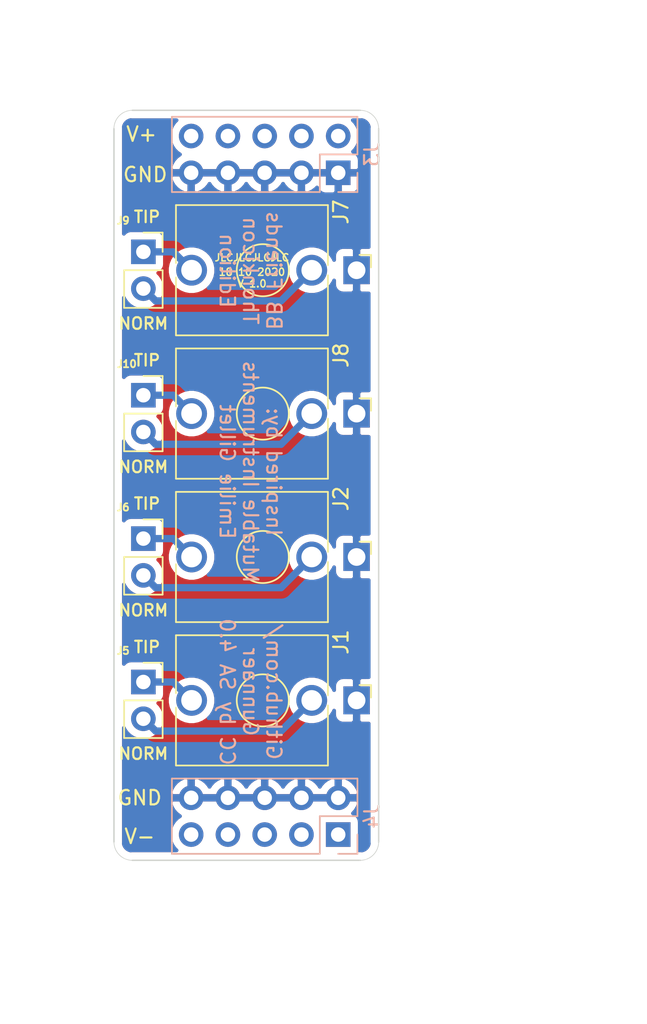
<source format=kicad_pcb>
(kicad_pcb (version 20171130) (host pcbnew "(5.1.6)-1")

  (general
    (thickness 1.6)
    (drawings 25)
    (tracks 20)
    (zones 0)
    (modules 10)
    (nets 20)
  )

  (page A4)
  (layers
    (0 F.Cu signal)
    (31 B.Cu signal)
    (32 B.Adhes user)
    (33 F.Adhes user)
    (34 B.Paste user)
    (35 F.Paste user)
    (36 B.SilkS user)
    (37 F.SilkS user)
    (38 B.Mask user)
    (39 F.Mask user)
    (40 Dwgs.User user)
    (41 Cmts.User user)
    (42 Eco1.User user)
    (43 Eco2.User user)
    (44 Edge.Cuts user)
    (45 Margin user)
    (46 B.CrtYd user)
    (47 F.CrtYd user)
    (48 B.Fab user)
    (49 F.Fab user)
  )

  (setup
    (last_trace_width 0.25)
    (user_trace_width 0.5)
    (user_trace_width 1)
    (trace_clearance 0.2)
    (zone_clearance 0.508)
    (zone_45_only no)
    (trace_min 0.2)
    (via_size 0.8)
    (via_drill 0.4)
    (via_min_size 0.4)
    (via_min_drill 0.3)
    (uvia_size 0.3)
    (uvia_drill 0.1)
    (uvias_allowed no)
    (uvia_min_size 0.2)
    (uvia_min_drill 0.1)
    (edge_width 0.05)
    (segment_width 0.2)
    (pcb_text_width 0.3)
    (pcb_text_size 1.5 1.5)
    (mod_edge_width 0.12)
    (mod_text_size 1 1)
    (mod_text_width 0.15)
    (pad_size 1.524 1.524)
    (pad_drill 0.762)
    (pad_to_mask_clearance 0.05)
    (aux_axis_origin 0 0)
    (visible_elements 7FFFFFFF)
    (pcbplotparams
      (layerselection 0x010fc_ffffffff)
      (usegerberextensions false)
      (usegerberattributes true)
      (usegerberadvancedattributes true)
      (creategerberjobfile true)
      (excludeedgelayer true)
      (linewidth 0.100000)
      (plotframeref false)
      (viasonmask false)
      (mode 1)
      (useauxorigin false)
      (hpglpennumber 1)
      (hpglpenspeed 20)
      (hpglpendiameter 15.000000)
      (psnegative false)
      (psa4output false)
      (plotreference true)
      (plotvalue true)
      (plotinvisibletext false)
      (padsonsilk false)
      (subtractmaskfromsilk false)
      (outputformat 1)
      (mirror false)
      (drillshape 0)
      (scaleselection 1)
      (outputdirectory "Jacks Onboard GERBER/"))
  )

  (net 0 "")
  (net 1 "Net-(J1-PadTN)")
  (net 2 "Net-(J1-PadT)")
  (net 3 "Net-(J2-PadT)")
  (net 4 "Net-(J2-PadTN)")
  (net 5 "Net-(J3-Pad2)")
  (net 6 "Net-(J3-Pad4)")
  (net 7 "Net-(J3-Pad6)")
  (net 8 "Net-(J3-Pad8)")
  (net 9 "Net-(J3-Pad10)")
  (net 10 "Net-(J4-Pad9)")
  (net 11 "Net-(J4-Pad7)")
  (net 12 "Net-(J4-Pad5)")
  (net 13 "Net-(J4-Pad3)")
  (net 14 "Net-(J4-Pad1)")
  (net 15 "Net-(J10-Pad1)")
  (net 16 "Net-(J10-Pad2)")
  (net 17 GND)
  (net 18 "Net-(J7-PadTN)")
  (net 19 "Net-(J7-PadT)")

  (net_class Default "This is the default net class."
    (clearance 0.2)
    (trace_width 0.25)
    (via_dia 0.8)
    (via_drill 0.4)
    (uvia_dia 0.3)
    (uvia_drill 0.1)
    (add_net GND)
    (add_net "Net-(J1-PadT)")
    (add_net "Net-(J1-PadTN)")
    (add_net "Net-(J10-Pad1)")
    (add_net "Net-(J10-Pad2)")
    (add_net "Net-(J2-PadT)")
    (add_net "Net-(J2-PadTN)")
    (add_net "Net-(J3-Pad10)")
    (add_net "Net-(J3-Pad2)")
    (add_net "Net-(J3-Pad4)")
    (add_net "Net-(J3-Pad6)")
    (add_net "Net-(J3-Pad8)")
    (add_net "Net-(J4-Pad1)")
    (add_net "Net-(J4-Pad3)")
    (add_net "Net-(J4-Pad5)")
    (add_net "Net-(J4-Pad7)")
    (add_net "Net-(J4-Pad9)")
    (add_net "Net-(J7-PadT)")
    (add_net "Net-(J7-PadTN)")
  )

  (module Connector_PinHeader_2.54mm:PinHeader_2x05_P2.54mm_Vertical (layer B.Cu) (tedit 59FED5CC) (tstamp 5F8189E2)
    (at 187.96 53.34 90)
    (descr "Through hole straight pin header, 2x05, 2.54mm pitch, double rows")
    (tags "Through hole pin header THT 2x05 2.54mm double row")
    (path /5F818195)
    (fp_text reference J3 (at 1.27 2.33 270) (layer B.SilkS)
      (effects (font (size 1 1) (thickness 0.15)) (justify mirror))
    )
    (fp_text value Conn_02x05_Odd_Even (at 1.27 -12.49 270) (layer B.Fab)
      (effects (font (size 1 1) (thickness 0.15)) (justify mirror))
    )
    (fp_line (start 0 1.27) (end 3.81 1.27) (layer B.Fab) (width 0.1))
    (fp_line (start 3.81 1.27) (end 3.81 -11.43) (layer B.Fab) (width 0.1))
    (fp_line (start 3.81 -11.43) (end -1.27 -11.43) (layer B.Fab) (width 0.1))
    (fp_line (start -1.27 -11.43) (end -1.27 0) (layer B.Fab) (width 0.1))
    (fp_line (start -1.27 0) (end 0 1.27) (layer B.Fab) (width 0.1))
    (fp_line (start -1.33 -11.49) (end 3.87 -11.49) (layer B.SilkS) (width 0.12))
    (fp_line (start -1.33 -1.27) (end -1.33 -11.49) (layer B.SilkS) (width 0.12))
    (fp_line (start 3.87 1.33) (end 3.87 -11.49) (layer B.SilkS) (width 0.12))
    (fp_line (start -1.33 -1.27) (end 1.27 -1.27) (layer B.SilkS) (width 0.12))
    (fp_line (start 1.27 -1.27) (end 1.27 1.33) (layer B.SilkS) (width 0.12))
    (fp_line (start 1.27 1.33) (end 3.87 1.33) (layer B.SilkS) (width 0.12))
    (fp_line (start -1.33 0) (end -1.33 1.33) (layer B.SilkS) (width 0.12))
    (fp_line (start -1.33 1.33) (end 0 1.33) (layer B.SilkS) (width 0.12))
    (fp_line (start -1.8 1.8) (end -1.8 -11.95) (layer B.CrtYd) (width 0.05))
    (fp_line (start -1.8 -11.95) (end 4.35 -11.95) (layer B.CrtYd) (width 0.05))
    (fp_line (start 4.35 -11.95) (end 4.35 1.8) (layer B.CrtYd) (width 0.05))
    (fp_line (start 4.35 1.8) (end -1.8 1.8) (layer B.CrtYd) (width 0.05))
    (fp_text user %R (at 1.27 -5.08) (layer B.Fab)
      (effects (font (size 1 1) (thickness 0.15)) (justify mirror))
    )
    (pad 1 thru_hole rect (at 0 0 90) (size 1.7 1.7) (drill 1) (layers *.Cu *.Mask)
      (net 17 GND))
    (pad 2 thru_hole oval (at 2.54 0 90) (size 1.7 1.7) (drill 1) (layers *.Cu *.Mask)
      (net 5 "Net-(J3-Pad2)"))
    (pad 3 thru_hole oval (at 0 -2.54 90) (size 1.7 1.7) (drill 1) (layers *.Cu *.Mask)
      (net 17 GND))
    (pad 4 thru_hole oval (at 2.54 -2.54 90) (size 1.7 1.7) (drill 1) (layers *.Cu *.Mask)
      (net 6 "Net-(J3-Pad4)"))
    (pad 5 thru_hole oval (at 0 -5.08 90) (size 1.7 1.7) (drill 1) (layers *.Cu *.Mask)
      (net 17 GND))
    (pad 6 thru_hole oval (at 2.54 -5.08 90) (size 1.7 1.7) (drill 1) (layers *.Cu *.Mask)
      (net 7 "Net-(J3-Pad6)"))
    (pad 7 thru_hole oval (at 0 -7.62 90) (size 1.7 1.7) (drill 1) (layers *.Cu *.Mask)
      (net 17 GND))
    (pad 8 thru_hole oval (at 2.54 -7.62 90) (size 1.7 1.7) (drill 1) (layers *.Cu *.Mask)
      (net 8 "Net-(J3-Pad8)"))
    (pad 9 thru_hole oval (at 0 -10.16 90) (size 1.7 1.7) (drill 1) (layers *.Cu *.Mask)
      (net 17 GND))
    (pad 10 thru_hole oval (at 2.54 -10.16 90) (size 1.7 1.7) (drill 1) (layers *.Cu *.Mask)
      (net 9 "Net-(J3-Pad10)"))
    (model ${KISYS3DMOD}/Connector_PinHeader_2.54mm.3dshapes/PinHeader_2x05_P2.54mm_Vertical.wrl
      (at (xyz 0 0 0))
      (scale (xyz 1 1 1))
      (rotate (xyz 0 0 0))
    )
  )

  (module Connector_PinHeader_2.54mm:PinHeader_2x05_P2.54mm_Vertical (layer B.Cu) (tedit 59FED5CC) (tstamp 5F81A723)
    (at 187.96 99.06 90)
    (descr "Through hole straight pin header, 2x05, 2.54mm pitch, double rows")
    (tags "Through hole pin header THT 2x05 2.54mm double row")
    (path /5F81EAF5)
    (fp_text reference J4 (at 1.27 2.33 270) (layer B.SilkS)
      (effects (font (size 1 1) (thickness 0.15)) (justify mirror))
    )
    (fp_text value Conn_02x05_Odd_Even (at 1.27 -12.49 270) (layer B.Fab)
      (effects (font (size 1 1) (thickness 0.15)) (justify mirror))
    )
    (fp_line (start 4.35 1.8) (end -1.8 1.8) (layer B.CrtYd) (width 0.05))
    (fp_line (start 4.35 -11.95) (end 4.35 1.8) (layer B.CrtYd) (width 0.05))
    (fp_line (start -1.8 -11.95) (end 4.35 -11.95) (layer B.CrtYd) (width 0.05))
    (fp_line (start -1.8 1.8) (end -1.8 -11.95) (layer B.CrtYd) (width 0.05))
    (fp_line (start -1.33 1.33) (end 0 1.33) (layer B.SilkS) (width 0.12))
    (fp_line (start -1.33 0) (end -1.33 1.33) (layer B.SilkS) (width 0.12))
    (fp_line (start 1.27 1.33) (end 3.87 1.33) (layer B.SilkS) (width 0.12))
    (fp_line (start 1.27 -1.27) (end 1.27 1.33) (layer B.SilkS) (width 0.12))
    (fp_line (start -1.33 -1.27) (end 1.27 -1.27) (layer B.SilkS) (width 0.12))
    (fp_line (start 3.87 1.33) (end 3.87 -11.49) (layer B.SilkS) (width 0.12))
    (fp_line (start -1.33 -1.27) (end -1.33 -11.49) (layer B.SilkS) (width 0.12))
    (fp_line (start -1.33 -11.49) (end 3.87 -11.49) (layer B.SilkS) (width 0.12))
    (fp_line (start -1.27 0) (end 0 1.27) (layer B.Fab) (width 0.1))
    (fp_line (start -1.27 -11.43) (end -1.27 0) (layer B.Fab) (width 0.1))
    (fp_line (start 3.81 -11.43) (end -1.27 -11.43) (layer B.Fab) (width 0.1))
    (fp_line (start 3.81 1.27) (end 3.81 -11.43) (layer B.Fab) (width 0.1))
    (fp_line (start 0 1.27) (end 3.81 1.27) (layer B.Fab) (width 0.1))
    (fp_text user %R (at 1.27 -5.08) (layer B.Fab)
      (effects (font (size 1 1) (thickness 0.15)) (justify mirror))
    )
    (pad 10 thru_hole oval (at 2.54 -10.16 90) (size 1.7 1.7) (drill 1) (layers *.Cu *.Mask)
      (net 17 GND))
    (pad 9 thru_hole oval (at 0 -10.16 90) (size 1.7 1.7) (drill 1) (layers *.Cu *.Mask)
      (net 10 "Net-(J4-Pad9)"))
    (pad 8 thru_hole oval (at 2.54 -7.62 90) (size 1.7 1.7) (drill 1) (layers *.Cu *.Mask)
      (net 17 GND))
    (pad 7 thru_hole oval (at 0 -7.62 90) (size 1.7 1.7) (drill 1) (layers *.Cu *.Mask)
      (net 11 "Net-(J4-Pad7)"))
    (pad 6 thru_hole oval (at 2.54 -5.08 90) (size 1.7 1.7) (drill 1) (layers *.Cu *.Mask)
      (net 17 GND))
    (pad 5 thru_hole oval (at 0 -5.08 90) (size 1.7 1.7) (drill 1) (layers *.Cu *.Mask)
      (net 12 "Net-(J4-Pad5)"))
    (pad 4 thru_hole oval (at 2.54 -2.54 90) (size 1.7 1.7) (drill 1) (layers *.Cu *.Mask)
      (net 17 GND))
    (pad 3 thru_hole oval (at 0 -2.54 90) (size 1.7 1.7) (drill 1) (layers *.Cu *.Mask)
      (net 13 "Net-(J4-Pad3)"))
    (pad 2 thru_hole oval (at 2.54 0 90) (size 1.7 1.7) (drill 1) (layers *.Cu *.Mask)
      (net 17 GND))
    (pad 1 thru_hole rect (at 0 0 90) (size 1.7 1.7) (drill 1) (layers *.Cu *.Mask)
      (net 14 "Net-(J4-Pad1)"))
    (model ${KISYS3DMOD}/Connector_PinHeader_2.54mm.3dshapes/PinHeader_2x05_P2.54mm_Vertical.wrl
      (at (xyz 0 0 0))
      (scale (xyz 1 1 1))
      (rotate (xyz 0 0 0))
    )
  )

  (module Connector_PinSocket_2.54mm:PinSocket_1x02_P2.54mm_Vertical (layer F.Cu) (tedit 5A19A420) (tstamp 5F819DD2)
    (at 174.498 88.519)
    (descr "Through hole straight socket strip, 1x02, 2.54mm pitch, single row (from Kicad 4.0.7), script generated")
    (tags "Through hole socket strip THT 1x02 2.54mm single row")
    (path /5F82BB40)
    (fp_text reference J5 (at -1.397 -2.159) (layer F.SilkS)
      (effects (font (size 0.5 0.5) (thickness 0.125)))
    )
    (fp_text value Conn_01x02_Female (at 0 5.31) (layer F.Fab)
      (effects (font (size 1 1) (thickness 0.15)))
    )
    (fp_line (start -1.8 4.3) (end -1.8 -1.8) (layer F.CrtYd) (width 0.05))
    (fp_line (start 1.75 4.3) (end -1.8 4.3) (layer F.CrtYd) (width 0.05))
    (fp_line (start 1.75 -1.8) (end 1.75 4.3) (layer F.CrtYd) (width 0.05))
    (fp_line (start -1.8 -1.8) (end 1.75 -1.8) (layer F.CrtYd) (width 0.05))
    (fp_line (start 0 -1.33) (end 1.33 -1.33) (layer F.SilkS) (width 0.12))
    (fp_line (start 1.33 -1.33) (end 1.33 0) (layer F.SilkS) (width 0.12))
    (fp_line (start 1.33 1.27) (end 1.33 3.87) (layer F.SilkS) (width 0.12))
    (fp_line (start -1.33 3.87) (end 1.33 3.87) (layer F.SilkS) (width 0.12))
    (fp_line (start -1.33 1.27) (end -1.33 3.87) (layer F.SilkS) (width 0.12))
    (fp_line (start -1.33 1.27) (end 1.33 1.27) (layer F.SilkS) (width 0.12))
    (fp_line (start -1.27 3.81) (end -1.27 -1.27) (layer F.Fab) (width 0.1))
    (fp_line (start 1.27 3.81) (end -1.27 3.81) (layer F.Fab) (width 0.1))
    (fp_line (start 1.27 -0.635) (end 1.27 3.81) (layer F.Fab) (width 0.1))
    (fp_line (start 0.635 -1.27) (end 1.27 -0.635) (layer F.Fab) (width 0.1))
    (fp_line (start -1.27 -1.27) (end 0.635 -1.27) (layer F.Fab) (width 0.1))
    (fp_text user %R (at 0 1.27 90) (layer F.Fab)
      (effects (font (size 1 1) (thickness 0.15)))
    )
    (pad 1 thru_hole rect (at 0 0) (size 1.7 1.7) (drill 1) (layers *.Cu *.Mask)
      (net 2 "Net-(J1-PadT)"))
    (pad 2 thru_hole oval (at 0 2.54) (size 1.7 1.7) (drill 1) (layers *.Cu *.Mask)
      (net 1 "Net-(J1-PadTN)"))
    (model ${KISYS3DMOD}/Connector_PinSocket_2.54mm.3dshapes/PinSocket_1x02_P2.54mm_Vertical.wrl
      (at (xyz 0 0 0))
      (scale (xyz 1 1 1))
      (rotate (xyz 0 0 0))
    )
  )

  (module Connector_PinSocket_2.54mm:PinSocket_1x02_P2.54mm_Vertical (layer F.Cu) (tedit 5A19A420) (tstamp 5F819DE8)
    (at 174.498 78.613)
    (descr "Through hole straight socket strip, 1x02, 2.54mm pitch, single row (from Kicad 4.0.7), script generated")
    (tags "Through hole socket strip THT 1x02 2.54mm single row")
    (path /5F82D023)
    (fp_text reference J6 (at -1.397 -2.159) (layer F.SilkS)
      (effects (font (size 0.5 0.5) (thickness 0.125)))
    )
    (fp_text value Conn_01x02_Female (at 0 5.31) (layer F.Fab)
      (effects (font (size 1 1) (thickness 0.15)))
    )
    (fp_line (start -1.27 -1.27) (end 0.635 -1.27) (layer F.Fab) (width 0.1))
    (fp_line (start 0.635 -1.27) (end 1.27 -0.635) (layer F.Fab) (width 0.1))
    (fp_line (start 1.27 -0.635) (end 1.27 3.81) (layer F.Fab) (width 0.1))
    (fp_line (start 1.27 3.81) (end -1.27 3.81) (layer F.Fab) (width 0.1))
    (fp_line (start -1.27 3.81) (end -1.27 -1.27) (layer F.Fab) (width 0.1))
    (fp_line (start -1.33 1.27) (end 1.33 1.27) (layer F.SilkS) (width 0.12))
    (fp_line (start -1.33 1.27) (end -1.33 3.87) (layer F.SilkS) (width 0.12))
    (fp_line (start -1.33 3.87) (end 1.33 3.87) (layer F.SilkS) (width 0.12))
    (fp_line (start 1.33 1.27) (end 1.33 3.87) (layer F.SilkS) (width 0.12))
    (fp_line (start 1.33 -1.33) (end 1.33 0) (layer F.SilkS) (width 0.12))
    (fp_line (start 0 -1.33) (end 1.33 -1.33) (layer F.SilkS) (width 0.12))
    (fp_line (start -1.8 -1.8) (end 1.75 -1.8) (layer F.CrtYd) (width 0.05))
    (fp_line (start 1.75 -1.8) (end 1.75 4.3) (layer F.CrtYd) (width 0.05))
    (fp_line (start 1.75 4.3) (end -1.8 4.3) (layer F.CrtYd) (width 0.05))
    (fp_line (start -1.8 4.3) (end -1.8 -1.8) (layer F.CrtYd) (width 0.05))
    (fp_text user %R (at 0 1.27 90) (layer F.Fab)
      (effects (font (size 1 1) (thickness 0.15)))
    )
    (pad 2 thru_hole oval (at 0 2.54) (size 1.7 1.7) (drill 1) (layers *.Cu *.Mask)
      (net 4 "Net-(J2-PadTN)"))
    (pad 1 thru_hole rect (at 0 0) (size 1.7 1.7) (drill 1) (layers *.Cu *.Mask)
      (net 3 "Net-(J2-PadT)"))
    (model ${KISYS3DMOD}/Connector_PinSocket_2.54mm.3dshapes/PinSocket_1x02_P2.54mm_Vertical.wrl
      (at (xyz 0 0 0))
      (scale (xyz 1 1 1))
      (rotate (xyz 0 0 0))
    )
  )

  (module Connector_Audio:Jack_3.5mm_QingPu_WQP-PJ398SM_Vertical_CircularHoles (layer F.Cu) (tedit 5C2B6BB2) (tstamp 5F819E0A)
    (at 189.23 60.071 270)
    (descr "TRS 3.5mm, vertical, Thonkiconn, PCB mount, (http://www.qingpu-electronics.com/en/products/WQP-PJ398SM-362.html)")
    (tags "WQP-PJ398SM WQP-PJ301M-12 TRS 3.5mm mono vertical jack thonkiconn qingpu")
    (path /5F83954F)
    (fp_text reference J7 (at -4.03 1.08 270) (layer F.SilkS)
      (effects (font (size 1 1) (thickness 0.15)))
    )
    (fp_text value thonkiconn (at 0 5 270) (layer F.Fab)
      (effects (font (size 1 1) (thickness 0.15)))
    )
    (fp_line (start 0 0) (end 0 2.03) (layer F.Fab) (width 0.1))
    (fp_circle (center 0 6.48) (end 1.8 6.48) (layer F.Fab) (width 0.1))
    (fp_line (start 4.5 2.03) (end -4.5 2.03) (layer F.Fab) (width 0.1))
    (fp_line (start 5 -1.42) (end -5 -1.42) (layer F.CrtYd) (width 0.05))
    (fp_line (start 5 12.98) (end -5 12.98) (layer F.CrtYd) (width 0.05))
    (fp_line (start 5 12.98) (end 5 -1.42) (layer F.CrtYd) (width 0.05))
    (fp_line (start 4.5 12.48) (end -4.5 12.48) (layer F.Fab) (width 0.1))
    (fp_line (start 4.5 12.48) (end 4.5 2.08) (layer F.Fab) (width 0.1))
    (fp_line (start -1.06 -1) (end -0.2 -1) (layer F.SilkS) (width 0.12))
    (fp_line (start -1.06 -1) (end -1.06 -0.2) (layer F.SilkS) (width 0.12))
    (fp_circle (center 0 6.48) (end 1.8 6.48) (layer F.SilkS) (width 0.12))
    (fp_line (start -0.35 1.98) (end -4.5 1.98) (layer F.SilkS) (width 0.12))
    (fp_line (start 4.5 1.98) (end 0.35 1.98) (layer F.SilkS) (width 0.12))
    (fp_line (start -0.5 12.48) (end -4.5 12.48) (layer F.SilkS) (width 0.12))
    (fp_line (start 4.5 12.48) (end 0.5 12.48) (layer F.SilkS) (width 0.12))
    (fp_line (start -1.41 6.02) (end -0.46 5.07) (layer Dwgs.User) (width 0.12))
    (fp_line (start -1.42 6.875) (end 0.4 5.06) (layer Dwgs.User) (width 0.12))
    (fp_line (start -1.07 7.49) (end 1.01 5.41) (layer Dwgs.User) (width 0.12))
    (fp_line (start -0.58 7.83) (end 1.36 5.89) (layer Dwgs.User) (width 0.12))
    (fp_line (start 0.09 7.96) (end 1.48 6.57) (layer Dwgs.User) (width 0.12))
    (fp_circle (center 0 6.48) (end 1.5 6.48) (layer Dwgs.User) (width 0.12))
    (fp_line (start 4.5 1.98) (end 4.5 12.48) (layer F.SilkS) (width 0.12))
    (fp_line (start -4.5 1.98) (end -4.5 12.48) (layer F.SilkS) (width 0.12))
    (fp_line (start -4.5 12.48) (end -4.5 2.08) (layer F.Fab) (width 0.1))
    (fp_line (start -5 12.98) (end -5 -1.42) (layer F.CrtYd) (width 0.05))
    (fp_text user KEEPOUT (at 0 6.48 90) (layer Cmts.User)
      (effects (font (size 0.4 0.4) (thickness 0.051)))
    )
    (fp_text user %R (at 0 8 270) (layer F.Fab)
      (effects (font (size 1 1) (thickness 0.15)))
    )
    (pad TN thru_hole circle (at 0 3.1 90) (size 2.13 2.13) (drill 1.42) (layers *.Cu *.Mask)
      (net 18 "Net-(J7-PadTN)"))
    (pad S thru_hole rect (at 0 0 90) (size 1.93 1.83) (drill 1.22) (layers *.Cu *.Mask)
      (net 17 GND))
    (pad T thru_hole circle (at 0 11.4 90) (size 2.13 2.13) (drill 1.43) (layers *.Cu *.Mask)
      (net 19 "Net-(J7-PadT)"))
    (model ${KISYS3DMOD}/Connector_Audio.3dshapes/Jack_3.5mm_QingPu_WQP-PJ398SM_Vertical.wrl
      (at (xyz 0 0 0))
      (scale (xyz 1 1 1))
      (rotate (xyz 0 0 0))
    )
  )

  (module Connector_Audio:Jack_3.5mm_QingPu_WQP-PJ398SM_Vertical_CircularHoles (layer F.Cu) (tedit 5C2B6BB2) (tstamp 5F819E2C)
    (at 189.23 69.977 270)
    (descr "TRS 3.5mm, vertical, Thonkiconn, PCB mount, (http://www.qingpu-electronics.com/en/products/WQP-PJ398SM-362.html)")
    (tags "WQP-PJ398SM WQP-PJ301M-12 TRS 3.5mm mono vertical jack thonkiconn qingpu")
    (path /5F839555)
    (fp_text reference J8 (at -4.03 1.08 270) (layer F.SilkS)
      (effects (font (size 1 1) (thickness 0.15)))
    )
    (fp_text value thonkiconn (at 0 5 270) (layer F.Fab)
      (effects (font (size 1 1) (thickness 0.15)))
    )
    (fp_line (start -5 12.98) (end -5 -1.42) (layer F.CrtYd) (width 0.05))
    (fp_line (start -4.5 12.48) (end -4.5 2.08) (layer F.Fab) (width 0.1))
    (fp_line (start -4.5 1.98) (end -4.5 12.48) (layer F.SilkS) (width 0.12))
    (fp_line (start 4.5 1.98) (end 4.5 12.48) (layer F.SilkS) (width 0.12))
    (fp_circle (center 0 6.48) (end 1.5 6.48) (layer Dwgs.User) (width 0.12))
    (fp_line (start 0.09 7.96) (end 1.48 6.57) (layer Dwgs.User) (width 0.12))
    (fp_line (start -0.58 7.83) (end 1.36 5.89) (layer Dwgs.User) (width 0.12))
    (fp_line (start -1.07 7.49) (end 1.01 5.41) (layer Dwgs.User) (width 0.12))
    (fp_line (start -1.42 6.875) (end 0.4 5.06) (layer Dwgs.User) (width 0.12))
    (fp_line (start -1.41 6.02) (end -0.46 5.07) (layer Dwgs.User) (width 0.12))
    (fp_line (start 4.5 12.48) (end 0.5 12.48) (layer F.SilkS) (width 0.12))
    (fp_line (start -0.5 12.48) (end -4.5 12.48) (layer F.SilkS) (width 0.12))
    (fp_line (start 4.5 1.98) (end 0.35 1.98) (layer F.SilkS) (width 0.12))
    (fp_line (start -0.35 1.98) (end -4.5 1.98) (layer F.SilkS) (width 0.12))
    (fp_circle (center 0 6.48) (end 1.8 6.48) (layer F.SilkS) (width 0.12))
    (fp_line (start -1.06 -1) (end -1.06 -0.2) (layer F.SilkS) (width 0.12))
    (fp_line (start -1.06 -1) (end -0.2 -1) (layer F.SilkS) (width 0.12))
    (fp_line (start 4.5 12.48) (end 4.5 2.08) (layer F.Fab) (width 0.1))
    (fp_line (start 4.5 12.48) (end -4.5 12.48) (layer F.Fab) (width 0.1))
    (fp_line (start 5 12.98) (end 5 -1.42) (layer F.CrtYd) (width 0.05))
    (fp_line (start 5 12.98) (end -5 12.98) (layer F.CrtYd) (width 0.05))
    (fp_line (start 5 -1.42) (end -5 -1.42) (layer F.CrtYd) (width 0.05))
    (fp_line (start 4.5 2.03) (end -4.5 2.03) (layer F.Fab) (width 0.1))
    (fp_circle (center 0 6.48) (end 1.8 6.48) (layer F.Fab) (width 0.1))
    (fp_line (start 0 0) (end 0 2.03) (layer F.Fab) (width 0.1))
    (fp_text user %R (at 0 8 270) (layer F.Fab)
      (effects (font (size 1 1) (thickness 0.15)))
    )
    (fp_text user KEEPOUT (at 0 6.48 90) (layer Cmts.User)
      (effects (font (size 0.4 0.4) (thickness 0.051)))
    )
    (pad T thru_hole circle (at 0 11.4 90) (size 2.13 2.13) (drill 1.43) (layers *.Cu *.Mask)
      (net 15 "Net-(J10-Pad1)"))
    (pad S thru_hole rect (at 0 0 90) (size 1.93 1.83) (drill 1.22) (layers *.Cu *.Mask)
      (net 17 GND))
    (pad TN thru_hole circle (at 0 3.1 90) (size 2.13 2.13) (drill 1.42) (layers *.Cu *.Mask)
      (net 16 "Net-(J10-Pad2)"))
    (model ${KISYS3DMOD}/Connector_Audio.3dshapes/Jack_3.5mm_QingPu_WQP-PJ398SM_Vertical.wrl
      (at (xyz 0 0 0))
      (scale (xyz 1 1 1))
      (rotate (xyz 0 0 0))
    )
  )

  (module Connector_PinSocket_2.54mm:PinSocket_1x02_P2.54mm_Vertical (layer F.Cu) (tedit 5A19A420) (tstamp 5F819E42)
    (at 174.498 58.801)
    (descr "Through hole straight socket strip, 1x02, 2.54mm pitch, single row (from Kicad 4.0.7), script generated")
    (tags "Through hole socket strip THT 1x02 2.54mm single row")
    (path /5F83955F)
    (fp_text reference J9 (at -1.397 -2.159) (layer F.SilkS)
      (effects (font (size 0.5 0.5) (thickness 0.125)))
    )
    (fp_text value Conn_01x02_Female (at 0 5.31) (layer F.Fab)
      (effects (font (size 1 1) (thickness 0.15)))
    )
    (fp_line (start -1.8 4.3) (end -1.8 -1.8) (layer F.CrtYd) (width 0.05))
    (fp_line (start 1.75 4.3) (end -1.8 4.3) (layer F.CrtYd) (width 0.05))
    (fp_line (start 1.75 -1.8) (end 1.75 4.3) (layer F.CrtYd) (width 0.05))
    (fp_line (start -1.8 -1.8) (end 1.75 -1.8) (layer F.CrtYd) (width 0.05))
    (fp_line (start 0 -1.33) (end 1.33 -1.33) (layer F.SilkS) (width 0.12))
    (fp_line (start 1.33 -1.33) (end 1.33 0) (layer F.SilkS) (width 0.12))
    (fp_line (start 1.33 1.27) (end 1.33 3.87) (layer F.SilkS) (width 0.12))
    (fp_line (start -1.33 3.87) (end 1.33 3.87) (layer F.SilkS) (width 0.12))
    (fp_line (start -1.33 1.27) (end -1.33 3.87) (layer F.SilkS) (width 0.12))
    (fp_line (start -1.33 1.27) (end 1.33 1.27) (layer F.SilkS) (width 0.12))
    (fp_line (start -1.27 3.81) (end -1.27 -1.27) (layer F.Fab) (width 0.1))
    (fp_line (start 1.27 3.81) (end -1.27 3.81) (layer F.Fab) (width 0.1))
    (fp_line (start 1.27 -0.635) (end 1.27 3.81) (layer F.Fab) (width 0.1))
    (fp_line (start 0.635 -1.27) (end 1.27 -0.635) (layer F.Fab) (width 0.1))
    (fp_line (start -1.27 -1.27) (end 0.635 -1.27) (layer F.Fab) (width 0.1))
    (fp_text user %R (at 0 1.27 90) (layer F.Fab)
      (effects (font (size 1 1) (thickness 0.15)))
    )
    (pad 1 thru_hole rect (at 0 0) (size 1.7 1.7) (drill 1) (layers *.Cu *.Mask)
      (net 19 "Net-(J7-PadT)"))
    (pad 2 thru_hole oval (at 0 2.54) (size 1.7 1.7) (drill 1) (layers *.Cu *.Mask)
      (net 18 "Net-(J7-PadTN)"))
    (model ${KISYS3DMOD}/Connector_PinSocket_2.54mm.3dshapes/PinSocket_1x02_P2.54mm_Vertical.wrl
      (at (xyz 0 0 0))
      (scale (xyz 1 1 1))
      (rotate (xyz 0 0 0))
    )
  )

  (module Connector_PinSocket_2.54mm:PinSocket_1x02_P2.54mm_Vertical (layer F.Cu) (tedit 5A19A420) (tstamp 5F819E58)
    (at 174.498 68.707)
    (descr "Through hole straight socket strip, 1x02, 2.54mm pitch, single row (from Kicad 4.0.7), script generated")
    (tags "Through hole socket strip THT 1x02 2.54mm single row")
    (path /5F839565)
    (fp_text reference J10 (at -1.143 -2.159) (layer F.SilkS)
      (effects (font (size 0.5 0.5) (thickness 0.125)))
    )
    (fp_text value Conn_01x02_Female (at 0 5.31) (layer F.Fab)
      (effects (font (size 1 1) (thickness 0.15)))
    )
    (fp_line (start -1.27 -1.27) (end 0.635 -1.27) (layer F.Fab) (width 0.1))
    (fp_line (start 0.635 -1.27) (end 1.27 -0.635) (layer F.Fab) (width 0.1))
    (fp_line (start 1.27 -0.635) (end 1.27 3.81) (layer F.Fab) (width 0.1))
    (fp_line (start 1.27 3.81) (end -1.27 3.81) (layer F.Fab) (width 0.1))
    (fp_line (start -1.27 3.81) (end -1.27 -1.27) (layer F.Fab) (width 0.1))
    (fp_line (start -1.33 1.27) (end 1.33 1.27) (layer F.SilkS) (width 0.12))
    (fp_line (start -1.33 1.27) (end -1.33 3.87) (layer F.SilkS) (width 0.12))
    (fp_line (start -1.33 3.87) (end 1.33 3.87) (layer F.SilkS) (width 0.12))
    (fp_line (start 1.33 1.27) (end 1.33 3.87) (layer F.SilkS) (width 0.12))
    (fp_line (start 1.33 -1.33) (end 1.33 0) (layer F.SilkS) (width 0.12))
    (fp_line (start 0 -1.33) (end 1.33 -1.33) (layer F.SilkS) (width 0.12))
    (fp_line (start -1.8 -1.8) (end 1.75 -1.8) (layer F.CrtYd) (width 0.05))
    (fp_line (start 1.75 -1.8) (end 1.75 4.3) (layer F.CrtYd) (width 0.05))
    (fp_line (start 1.75 4.3) (end -1.8 4.3) (layer F.CrtYd) (width 0.05))
    (fp_line (start -1.8 4.3) (end -1.8 -1.8) (layer F.CrtYd) (width 0.05))
    (fp_text user %R (at 0 1.27 90) (layer F.Fab)
      (effects (font (size 1 1) (thickness 0.15)))
    )
    (pad 2 thru_hole oval (at 0 2.54) (size 1.7 1.7) (drill 1) (layers *.Cu *.Mask)
      (net 16 "Net-(J10-Pad2)"))
    (pad 1 thru_hole rect (at 0 0) (size 1.7 1.7) (drill 1) (layers *.Cu *.Mask)
      (net 15 "Net-(J10-Pad1)"))
    (model ${KISYS3DMOD}/Connector_PinSocket_2.54mm.3dshapes/PinSocket_1x02_P2.54mm_Vertical.wrl
      (at (xyz 0 0 0))
      (scale (xyz 1 1 1))
      (rotate (xyz 0 0 0))
    )
  )

  (module Connector_Audio:Jack_3.5mm_QingPu_WQP-PJ398SM_Vertical_CircularHoles (layer F.Cu) (tedit 5C2B6BB2) (tstamp 5F81A06C)
    (at 189.23 89.789 270)
    (descr "TRS 3.5mm, vertical, Thonkiconn, PCB mount, (http://www.qingpu-electronics.com/en/products/WQP-PJ398SM-362.html)")
    (tags "WQP-PJ398SM WQP-PJ301M-12 TRS 3.5mm mono vertical jack thonkiconn qingpu")
    (path /5F826A96)
    (fp_text reference J1 (at -4.03 1.08 270) (layer F.SilkS)
      (effects (font (size 1 1) (thickness 0.15)))
    )
    (fp_text value thonkiconn (at 0 5 270) (layer F.Fab)
      (effects (font (size 1 1) (thickness 0.15)))
    )
    (fp_line (start 0 0) (end 0 2.03) (layer F.Fab) (width 0.1))
    (fp_circle (center 0 6.48) (end 1.8 6.48) (layer F.Fab) (width 0.1))
    (fp_line (start 4.5 2.03) (end -4.5 2.03) (layer F.Fab) (width 0.1))
    (fp_line (start 5 -1.42) (end -5 -1.42) (layer F.CrtYd) (width 0.05))
    (fp_line (start 5 12.98) (end -5 12.98) (layer F.CrtYd) (width 0.05))
    (fp_line (start 5 12.98) (end 5 -1.42) (layer F.CrtYd) (width 0.05))
    (fp_line (start 4.5 12.48) (end -4.5 12.48) (layer F.Fab) (width 0.1))
    (fp_line (start 4.5 12.48) (end 4.5 2.08) (layer F.Fab) (width 0.1))
    (fp_line (start -1.06 -1) (end -0.2 -1) (layer F.SilkS) (width 0.12))
    (fp_line (start -1.06 -1) (end -1.06 -0.2) (layer F.SilkS) (width 0.12))
    (fp_circle (center 0 6.48) (end 1.8 6.48) (layer F.SilkS) (width 0.12))
    (fp_line (start -0.35 1.98) (end -4.5 1.98) (layer F.SilkS) (width 0.12))
    (fp_line (start 4.5 1.98) (end 0.35 1.98) (layer F.SilkS) (width 0.12))
    (fp_line (start -0.5 12.48) (end -4.5 12.48) (layer F.SilkS) (width 0.12))
    (fp_line (start 4.5 12.48) (end 0.5 12.48) (layer F.SilkS) (width 0.12))
    (fp_line (start -1.41 6.02) (end -0.46 5.07) (layer Dwgs.User) (width 0.12))
    (fp_line (start -1.42 6.875) (end 0.4 5.06) (layer Dwgs.User) (width 0.12))
    (fp_line (start -1.07 7.49) (end 1.01 5.41) (layer Dwgs.User) (width 0.12))
    (fp_line (start -0.58 7.83) (end 1.36 5.89) (layer Dwgs.User) (width 0.12))
    (fp_line (start 0.09 7.96) (end 1.48 6.57) (layer Dwgs.User) (width 0.12))
    (fp_circle (center 0 6.48) (end 1.5 6.48) (layer Dwgs.User) (width 0.12))
    (fp_line (start 4.5 1.98) (end 4.5 12.48) (layer F.SilkS) (width 0.12))
    (fp_line (start -4.5 1.98) (end -4.5 12.48) (layer F.SilkS) (width 0.12))
    (fp_line (start -4.5 12.48) (end -4.5 2.08) (layer F.Fab) (width 0.1))
    (fp_line (start -5 12.98) (end -5 -1.42) (layer F.CrtYd) (width 0.05))
    (fp_text user KEEPOUT (at 0 6.48 90) (layer Cmts.User)
      (effects (font (size 0.4 0.4) (thickness 0.051)))
    )
    (fp_text user %R (at 0 8 270) (layer F.Fab)
      (effects (font (size 1 1) (thickness 0.15)))
    )
    (pad TN thru_hole circle (at 0 3.1 90) (size 2.13 2.13) (drill 1.42) (layers *.Cu *.Mask)
      (net 1 "Net-(J1-PadTN)"))
    (pad S thru_hole rect (at 0 0 90) (size 1.93 1.83) (drill 1.22) (layers *.Cu *.Mask)
      (net 17 GND))
    (pad T thru_hole circle (at 0 11.4 90) (size 2.13 2.13) (drill 1.43) (layers *.Cu *.Mask)
      (net 2 "Net-(J1-PadT)"))
    (model ${KISYS3DMOD}/Connector_Audio.3dshapes/Jack_3.5mm_QingPu_WQP-PJ398SM_Vertical.wrl
      (at (xyz 0 0 0))
      (scale (xyz 1 1 1))
      (rotate (xyz 0 0 0))
    )
  )

  (module Connector_Audio:Jack_3.5mm_QingPu_WQP-PJ398SM_Vertical_CircularHoles (layer F.Cu) (tedit 5C2B6BB2) (tstamp 5F81A08E)
    (at 189.23 79.883 270)
    (descr "TRS 3.5mm, vertical, Thonkiconn, PCB mount, (http://www.qingpu-electronics.com/en/products/WQP-PJ398SM-362.html)")
    (tags "WQP-PJ398SM WQP-PJ301M-12 TRS 3.5mm mono vertical jack thonkiconn qingpu")
    (path /5F8285DF)
    (fp_text reference J2 (at -4.03 1.08 270) (layer F.SilkS)
      (effects (font (size 1 1) (thickness 0.15)))
    )
    (fp_text value thonkiconn (at 0 5 270) (layer F.Fab)
      (effects (font (size 1 1) (thickness 0.15)))
    )
    (fp_line (start -5 12.98) (end -5 -1.42) (layer F.CrtYd) (width 0.05))
    (fp_line (start -4.5 12.48) (end -4.5 2.08) (layer F.Fab) (width 0.1))
    (fp_line (start -4.5 1.98) (end -4.5 12.48) (layer F.SilkS) (width 0.12))
    (fp_line (start 4.5 1.98) (end 4.5 12.48) (layer F.SilkS) (width 0.12))
    (fp_circle (center 0 6.48) (end 1.5 6.48) (layer Dwgs.User) (width 0.12))
    (fp_line (start 0.09 7.96) (end 1.48 6.57) (layer Dwgs.User) (width 0.12))
    (fp_line (start -0.58 7.83) (end 1.36 5.89) (layer Dwgs.User) (width 0.12))
    (fp_line (start -1.07 7.49) (end 1.01 5.41) (layer Dwgs.User) (width 0.12))
    (fp_line (start -1.42 6.875) (end 0.4 5.06) (layer Dwgs.User) (width 0.12))
    (fp_line (start -1.41 6.02) (end -0.46 5.07) (layer Dwgs.User) (width 0.12))
    (fp_line (start 4.5 12.48) (end 0.5 12.48) (layer F.SilkS) (width 0.12))
    (fp_line (start -0.5 12.48) (end -4.5 12.48) (layer F.SilkS) (width 0.12))
    (fp_line (start 4.5 1.98) (end 0.35 1.98) (layer F.SilkS) (width 0.12))
    (fp_line (start -0.35 1.98) (end -4.5 1.98) (layer F.SilkS) (width 0.12))
    (fp_circle (center 0 6.48) (end 1.8 6.48) (layer F.SilkS) (width 0.12))
    (fp_line (start -1.06 -1) (end -1.06 -0.2) (layer F.SilkS) (width 0.12))
    (fp_line (start -1.06 -1) (end -0.2 -1) (layer F.SilkS) (width 0.12))
    (fp_line (start 4.5 12.48) (end 4.5 2.08) (layer F.Fab) (width 0.1))
    (fp_line (start 4.5 12.48) (end -4.5 12.48) (layer F.Fab) (width 0.1))
    (fp_line (start 5 12.98) (end 5 -1.42) (layer F.CrtYd) (width 0.05))
    (fp_line (start 5 12.98) (end -5 12.98) (layer F.CrtYd) (width 0.05))
    (fp_line (start 5 -1.42) (end -5 -1.42) (layer F.CrtYd) (width 0.05))
    (fp_line (start 4.5 2.03) (end -4.5 2.03) (layer F.Fab) (width 0.1))
    (fp_circle (center 0 6.48) (end 1.8 6.48) (layer F.Fab) (width 0.1))
    (fp_line (start 0 0) (end 0 2.03) (layer F.Fab) (width 0.1))
    (fp_text user %R (at 0 8 270) (layer F.Fab)
      (effects (font (size 1 1) (thickness 0.15)))
    )
    (fp_text user KEEPOUT (at 0 6.48 90) (layer Cmts.User)
      (effects (font (size 0.4 0.4) (thickness 0.051)))
    )
    (pad T thru_hole circle (at 0 11.4 90) (size 2.13 2.13) (drill 1.43) (layers *.Cu *.Mask)
      (net 3 "Net-(J2-PadT)"))
    (pad S thru_hole rect (at 0 0 90) (size 1.93 1.83) (drill 1.22) (layers *.Cu *.Mask)
      (net 17 GND))
    (pad TN thru_hole circle (at 0 3.1 90) (size 2.13 2.13) (drill 1.42) (layers *.Cu *.Mask)
      (net 4 "Net-(J2-PadTN)"))
    (model ${KISYS3DMOD}/Connector_Audio.3dshapes/Jack_3.5mm_QingPu_WQP-PJ398SM_Vertical.wrl
      (at (xyz 0 0 0))
      (scale (xyz 1 1 1))
      (rotate (xyz 0 0 0))
    )
  )

  (gr_text "18 10 2020\nV 1.0" (at 182 60.6) (layer F.SilkS) (tstamp 5F8BF379)
    (effects (font (size 0.5 0.5) (thickness 0.1)))
  )
  (gr_text JLCJLCJLCJLC (at 182 59.2) (layer F.SilkS) (tstamp 5F8BF378)
    (effects (font (size 0.5 0.5) (thickness 0.1)))
  )
  (gr_text "Github.com/\nGunnaer\nCC by SA 4.0" (at 181.9 89.2 270) (layer B.SilkS) (tstamp 5F8BE94A)
    (effects (font (size 1 1) (thickness 0.15)) (justify mirror))
  )
  (gr_text "Inspired by:\nMutable Instruments\nEmilie Gillet" (at 181.9 74 270) (layer B.SilkS) (tstamp 5F8BE945)
    (effects (font (size 1 1) (thickness 0.15)) (justify mirror))
  )
  (gr_text "BB Friends\nThonkicon\nEdition" (at 181.9 60.1 270) (layer B.SilkS) (tstamp 5F8BEA62)
    (effects (font (size 1 1) (thickness 0.15)) (justify mirror))
  )
  (gr_text V- (at 174.244 99.187) (layer F.SilkS) (tstamp 5F822E59)
    (effects (font (size 1 1) (thickness 0.15)))
  )
  (gr_text GND (at 174.244 96.52) (layer F.SilkS) (tstamp 5F822E59)
    (effects (font (size 1 1) (thickness 0.15)))
  )
  (gr_text V+ (at 174.371 50.673) (layer F.SilkS)
    (effects (font (size 1 1) (thickness 0.15)))
  )
  (gr_text GND (at 174.625 53.467) (layer F.SilkS)
    (effects (font (size 1 1) (thickness 0.15)))
  )
  (gr_text TIP (at 174.752 56.388) (layer F.SilkS) (tstamp 5F822D02)
    (effects (font (size 0.8 0.8) (thickness 0.15)))
  )
  (gr_text NORM (at 174.498 63.754) (layer F.SilkS) (tstamp 5F822D01)
    (effects (font (size 0.8 0.8) (thickness 0.15)))
  )
  (gr_text TIP (at 174.752 66.294) (layer F.SilkS) (tstamp 5F822D02)
    (effects (font (size 0.8 0.8) (thickness 0.15)))
  )
  (gr_text NORM (at 174.498 73.66) (layer F.SilkS) (tstamp 5F822D01)
    (effects (font (size 0.8 0.8) (thickness 0.15)))
  )
  (gr_text TIP (at 174.752 76.2) (layer F.SilkS) (tstamp 5F822D02)
    (effects (font (size 0.8 0.8) (thickness 0.15)))
  )
  (gr_text NORM (at 174.498 83.566) (layer F.SilkS) (tstamp 5F822D01)
    (effects (font (size 0.8 0.8) (thickness 0.15)))
  )
  (gr_text NORM (at 174.498 93.472) (layer F.SilkS)
    (effects (font (size 0.8 0.8) (thickness 0.15)))
  )
  (gr_text TIP (at 174.752 86.106) (layer F.SilkS)
    (effects (font (size 0.8 0.8) (thickness 0.15)))
  )
  (gr_arc (start 173.736 50.292) (end 173.736 49.022) (angle -90) (layer Edge.Cuts) (width 0.05))
  (gr_arc (start 189.484 50.292) (end 190.754 50.292) (angle -90) (layer Edge.Cuts) (width 0.05))
  (gr_arc (start 189.484 99.568) (end 189.484 100.838) (angle -90) (layer Edge.Cuts) (width 0.05))
  (gr_arc (start 173.736 99.568) (end 172.466 99.568) (angle -90) (layer Edge.Cuts) (width 0.05))
  (gr_line (start 190.754 50.292) (end 190.754 99.568) (layer Edge.Cuts) (width 0.1))
  (gr_line (start 173.736 49.022) (end 189.484 49.022) (layer Edge.Cuts) (width 0.1))
  (gr_line (start 172.466 99.568) (end 172.466 50.292) (layer Edge.Cuts) (width 0.1))
  (gr_line (start 189.484 100.838) (end 173.736 100.838) (layer Edge.Cuts) (width 0.1))

  (segment (start 184.010001 91.908999) (end 186.13 89.789) (width 0.5) (layer B.Cu) (net 1))
  (segment (start 175.347999 91.908999) (end 184.010001 91.908999) (width 0.5) (layer B.Cu) (net 1))
  (segment (start 174.498 91.059) (end 175.347999 91.908999) (width 0.5) (layer B.Cu) (net 1))
  (segment (start 176.56 88.519) (end 177.83 89.789) (width 0.5) (layer B.Cu) (net 2))
  (segment (start 174.498 88.519) (end 176.56 88.519) (width 0.5) (layer B.Cu) (net 2))
  (segment (start 176.56 78.613) (end 177.83 79.883) (width 0.5) (layer B.Cu) (net 3))
  (segment (start 174.498 78.613) (end 176.56 78.613) (width 0.5) (layer B.Cu) (net 3))
  (segment (start 184.010001 82.002999) (end 186.13 79.883) (width 0.5) (layer B.Cu) (net 4))
  (segment (start 175.347999 82.002999) (end 184.010001 82.002999) (width 0.5) (layer B.Cu) (net 4))
  (segment (start 174.498 81.153) (end 175.347999 82.002999) (width 0.5) (layer B.Cu) (net 4))
  (segment (start 176.56 68.707) (end 177.83 69.977) (width 0.5) (layer B.Cu) (net 15))
  (segment (start 174.498 68.707) (end 176.56 68.707) (width 0.5) (layer B.Cu) (net 15))
  (segment (start 184.010001 72.096999) (end 186.13 69.977) (width 0.5) (layer B.Cu) (net 16))
  (segment (start 175.347999 72.096999) (end 184.010001 72.096999) (width 0.5) (layer B.Cu) (net 16))
  (segment (start 174.498 71.247) (end 175.347999 72.096999) (width 0.5) (layer B.Cu) (net 16))
  (segment (start 184.010001 62.190999) (end 186.13 60.071) (width 0.5) (layer B.Cu) (net 18))
  (segment (start 175.347999 62.190999) (end 184.010001 62.190999) (width 0.5) (layer B.Cu) (net 18))
  (segment (start 174.498 61.341) (end 175.347999 62.190999) (width 0.5) (layer B.Cu) (net 18))
  (segment (start 176.56 58.801) (end 177.83 60.071) (width 0.5) (layer B.Cu) (net 19))
  (segment (start 174.498 58.801) (end 176.56 58.801) (width 0.5) (layer B.Cu) (net 19))

  (zone (net 17) (net_name GND) (layer F.Cu) (tstamp 5F8BEBE1) (hatch edge 0.508)
    (connect_pads (clearance 0.508))
    (min_thickness 0.254)
    (fill yes (arc_segments 32) (thermal_gap 0.508) (thermal_bridge_width 0.508))
    (polygon
      (pts
        (xy 198.12 107.188) (xy 164.592 104.394) (xy 168.656 45.974) (xy 197.104 42.418)
      )
    )
    (filled_polygon
      (pts
        (xy 173.702353 49.707) (xy 176.792893 49.707) (xy 176.646525 49.853368) (xy 176.48401 50.096589) (xy 176.372068 50.366842)
        (xy 176.315 50.65374) (xy 176.315 50.94626) (xy 176.372068 51.233158) (xy 176.48401 51.503411) (xy 176.646525 51.746632)
        (xy 176.853368 51.953475) (xy 177.029406 52.0711) (xy 176.799731 52.242412) (xy 176.604822 52.458645) (xy 176.455843 52.708748)
        (xy 176.358519 52.983109) (xy 176.479186 53.213) (xy 177.673 53.213) (xy 177.673 53.193) (xy 177.927 53.193)
        (xy 177.927 53.213) (xy 180.213 53.213) (xy 180.213 53.193) (xy 180.467 53.193) (xy 180.467 53.213)
        (xy 182.753 53.213) (xy 182.753 53.193) (xy 183.007 53.193) (xy 183.007 53.213) (xy 185.293 53.213)
        (xy 185.293 53.193) (xy 185.547 53.193) (xy 185.547 53.213) (xy 187.833 53.213) (xy 187.833 53.193)
        (xy 188.087 53.193) (xy 188.087 53.213) (xy 189.28625 53.213) (xy 189.445 53.05425) (xy 189.448072 52.49)
        (xy 189.435812 52.365518) (xy 189.399502 52.24582) (xy 189.340537 52.135506) (xy 189.261185 52.038815) (xy 189.164494 51.959463)
        (xy 189.05418 51.900498) (xy 188.98162 51.878487) (xy 189.113475 51.746632) (xy 189.27599 51.503411) (xy 189.387932 51.233158)
        (xy 189.445 50.94626) (xy 189.445 50.65374) (xy 189.387932 50.366842) (xy 189.27599 50.096589) (xy 189.113475 49.853368)
        (xy 188.967107 49.707) (xy 189.517647 49.707) (xy 189.60682 49.698217) (xy 189.715246 49.730953) (xy 189.819819 49.786555)
        (xy 189.911596 49.861407) (xy 189.987091 49.952664) (xy 190.043419 50.056844) (xy 190.077882 50.168174) (xy 190.069 50.258354)
        (xy 190.069 58.468299) (xy 189.51575 58.471) (xy 189.357 58.62975) (xy 189.357 59.944) (xy 189.377 59.944)
        (xy 189.377 60.198) (xy 189.357 60.198) (xy 189.357 61.51225) (xy 189.51575 61.671) (xy 190.069 61.673701)
        (xy 190.069 68.374299) (xy 189.51575 68.377) (xy 189.357 68.53575) (xy 189.357 69.85) (xy 189.377 69.85)
        (xy 189.377 70.104) (xy 189.357 70.104) (xy 189.357 71.41825) (xy 189.51575 71.577) (xy 190.069 71.579701)
        (xy 190.069001 78.280299) (xy 189.51575 78.283) (xy 189.357 78.44175) (xy 189.357 79.756) (xy 189.377 79.756)
        (xy 189.377 80.01) (xy 189.357 80.01) (xy 189.357 81.32425) (xy 189.51575 81.483) (xy 190.069001 81.485701)
        (xy 190.069001 88.186299) (xy 189.51575 88.189) (xy 189.357 88.34775) (xy 189.357 89.662) (xy 189.377 89.662)
        (xy 189.377 89.916) (xy 189.357 89.916) (xy 189.357 91.23025) (xy 189.51575 91.389) (xy 190.069001 91.391701)
        (xy 190.069001 99.601647) (xy 190.077784 99.690818) (xy 190.045047 99.799246) (xy 189.989446 99.903817) (xy 189.914594 99.995595)
        (xy 189.823335 100.071091) (xy 189.71916 100.127419) (xy 189.607827 100.161882) (xy 189.517647 100.153) (xy 189.39986 100.153)
        (xy 189.435812 100.034482) (xy 189.448072 99.91) (xy 189.448072 98.21) (xy 189.435812 98.085518) (xy 189.399502 97.96582)
        (xy 189.340537 97.855506) (xy 189.261185 97.758815) (xy 189.164494 97.679463) (xy 189.05418 97.620498) (xy 188.978374 97.597502)
        (xy 189.155178 97.401355) (xy 189.304157 97.151252) (xy 189.401481 96.876891) (xy 189.280814 96.647) (xy 188.087 96.647)
        (xy 188.087 96.667) (xy 187.833 96.667) (xy 187.833 96.647) (xy 185.547 96.647) (xy 185.547 96.667)
        (xy 185.293 96.667) (xy 185.293 96.647) (xy 183.007 96.647) (xy 183.007 96.667) (xy 182.753 96.667)
        (xy 182.753 96.647) (xy 180.467 96.647) (xy 180.467 96.667) (xy 180.213 96.667) (xy 180.213 96.647)
        (xy 177.927 96.647) (xy 177.927 96.667) (xy 177.673 96.667) (xy 177.673 96.647) (xy 176.479186 96.647)
        (xy 176.358519 96.876891) (xy 176.455843 97.151252) (xy 176.604822 97.401355) (xy 176.799731 97.617588) (xy 177.029406 97.7889)
        (xy 176.853368 97.906525) (xy 176.646525 98.113368) (xy 176.48401 98.356589) (xy 176.372068 98.626842) (xy 176.315 98.91374)
        (xy 176.315 99.20626) (xy 176.372068 99.493158) (xy 176.48401 99.763411) (xy 176.646525 100.006632) (xy 176.792893 100.153)
        (xy 173.702353 100.153) (xy 173.61318 100.161783) (xy 173.504754 100.129047) (xy 173.400183 100.073446) (xy 173.308405 99.998594)
        (xy 173.232909 99.907335) (xy 173.176581 99.80316) (xy 173.142118 99.691827) (xy 173.151 99.601647) (xy 173.151 96.163109)
        (xy 176.358519 96.163109) (xy 176.479186 96.393) (xy 177.673 96.393) (xy 177.673 95.199845) (xy 177.927 95.199845)
        (xy 177.927 96.393) (xy 180.213 96.393) (xy 180.213 95.199845) (xy 180.467 95.199845) (xy 180.467 96.393)
        (xy 182.753 96.393) (xy 182.753 95.199845) (xy 183.007 95.199845) (xy 183.007 96.393) (xy 185.293 96.393)
        (xy 185.293 95.199845) (xy 185.547 95.199845) (xy 185.547 96.393) (xy 187.833 96.393) (xy 187.833 95.199845)
        (xy 188.087 95.199845) (xy 188.087 96.393) (xy 189.280814 96.393) (xy 189.401481 96.163109) (xy 189.304157 95.888748)
        (xy 189.155178 95.638645) (xy 188.960269 95.422412) (xy 188.72692 95.248359) (xy 188.464099 95.123175) (xy 188.31689 95.078524)
        (xy 188.087 95.199845) (xy 187.833 95.199845) (xy 187.60311 95.078524) (xy 187.455901 95.123175) (xy 187.19308 95.248359)
        (xy 186.959731 95.422412) (xy 186.764822 95.638645) (xy 186.69 95.764255) (xy 186.615178 95.638645) (xy 186.420269 95.422412)
        (xy 186.18692 95.248359) (xy 185.924099 95.123175) (xy 185.77689 95.078524) (xy 185.547 95.199845) (xy 185.293 95.199845)
        (xy 185.06311 95.078524) (xy 184.915901 95.123175) (xy 184.65308 95.248359) (xy 184.419731 95.422412) (xy 184.224822 95.638645)
        (xy 184.15 95.764255) (xy 184.075178 95.638645) (xy 183.880269 95.422412) (xy 183.64692 95.248359) (xy 183.384099 95.123175)
        (xy 183.23689 95.078524) (xy 183.007 95.199845) (xy 182.753 95.199845) (xy 182.52311 95.078524) (xy 182.375901 95.123175)
        (xy 182.11308 95.248359) (xy 181.879731 95.422412) (xy 181.684822 95.638645) (xy 181.61 95.764255) (xy 181.535178 95.638645)
        (xy 181.340269 95.422412) (xy 181.10692 95.248359) (xy 180.844099 95.123175) (xy 180.69689 95.078524) (xy 180.467 95.199845)
        (xy 180.213 95.199845) (xy 179.98311 95.078524) (xy 179.835901 95.123175) (xy 179.57308 95.248359) (xy 179.339731 95.422412)
        (xy 179.144822 95.638645) (xy 179.07 95.764255) (xy 178.995178 95.638645) (xy 178.800269 95.422412) (xy 178.56692 95.248359)
        (xy 178.304099 95.123175) (xy 178.15689 95.078524) (xy 177.927 95.199845) (xy 177.673 95.199845) (xy 177.44311 95.078524)
        (xy 177.295901 95.123175) (xy 177.03308 95.248359) (xy 176.799731 95.422412) (xy 176.604822 95.638645) (xy 176.455843 95.888748)
        (xy 176.358519 96.163109) (xy 173.151 96.163109) (xy 173.151 91.687546) (xy 173.18201 91.762411) (xy 173.344525 92.005632)
        (xy 173.551368 92.212475) (xy 173.794589 92.37499) (xy 174.064842 92.486932) (xy 174.35174 92.544) (xy 174.64426 92.544)
        (xy 174.931158 92.486932) (xy 175.201411 92.37499) (xy 175.444632 92.212475) (xy 175.651475 92.005632) (xy 175.81399 91.762411)
        (xy 175.925932 91.492158) (xy 175.983 91.20526) (xy 175.983 90.91274) (xy 175.925932 90.625842) (xy 175.81399 90.355589)
        (xy 175.651475 90.112368) (xy 175.51962 89.980513) (xy 175.59218 89.958502) (xy 175.702494 89.899537) (xy 175.799185 89.820185)
        (xy 175.878537 89.723494) (xy 175.93302 89.621565) (xy 176.13 89.621565) (xy 176.13 89.956435) (xy 176.19533 90.284872)
        (xy 176.323479 90.594252) (xy 176.509523 90.872687) (xy 176.746313 91.109477) (xy 177.024748 91.295521) (xy 177.334128 91.42367)
        (xy 177.662565 91.489) (xy 177.997435 91.489) (xy 178.325872 91.42367) (xy 178.635252 91.295521) (xy 178.913687 91.109477)
        (xy 179.150477 90.872687) (xy 179.336521 90.594252) (xy 179.46467 90.284872) (xy 179.53 89.956435) (xy 179.53 89.621565)
        (xy 184.43 89.621565) (xy 184.43 89.956435) (xy 184.49533 90.284872) (xy 184.623479 90.594252) (xy 184.809523 90.872687)
        (xy 185.046313 91.109477) (xy 185.324748 91.295521) (xy 185.634128 91.42367) (xy 185.962565 91.489) (xy 186.297435 91.489)
        (xy 186.625872 91.42367) (xy 186.935252 91.295521) (xy 187.213687 91.109477) (xy 187.450477 90.872687) (xy 187.636521 90.594252)
        (xy 187.678105 90.49386) (xy 187.676928 90.754) (xy 187.689188 90.878482) (xy 187.725498 90.99818) (xy 187.784463 91.108494)
        (xy 187.863815 91.205185) (xy 187.960506 91.284537) (xy 188.07082 91.343502) (xy 188.190518 91.379812) (xy 188.315 91.392072)
        (xy 188.94425 91.389) (xy 189.103 91.23025) (xy 189.103 89.916) (xy 189.083 89.916) (xy 189.083 89.662)
        (xy 189.103 89.662) (xy 189.103 88.34775) (xy 188.94425 88.189) (xy 188.315 88.185928) (xy 188.190518 88.198188)
        (xy 188.07082 88.234498) (xy 187.960506 88.293463) (xy 187.863815 88.372815) (xy 187.784463 88.469506) (xy 187.725498 88.57982)
        (xy 187.689188 88.699518) (xy 187.676928 88.824) (xy 187.678105 89.08414) (xy 187.636521 88.983748) (xy 187.450477 88.705313)
        (xy 187.213687 88.468523) (xy 186.935252 88.282479) (xy 186.625872 88.15433) (xy 186.297435 88.089) (xy 185.962565 88.089)
        (xy 185.634128 88.15433) (xy 185.324748 88.282479) (xy 185.046313 88.468523) (xy 184.809523 88.705313) (xy 184.623479 88.983748)
        (xy 184.49533 89.293128) (xy 184.43 89.621565) (xy 179.53 89.621565) (xy 179.46467 89.293128) (xy 179.336521 88.983748)
        (xy 179.150477 88.705313) (xy 178.913687 88.468523) (xy 178.635252 88.282479) (xy 178.325872 88.15433) (xy 177.997435 88.089)
        (xy 177.662565 88.089) (xy 177.334128 88.15433) (xy 177.024748 88.282479) (xy 176.746313 88.468523) (xy 176.509523 88.705313)
        (xy 176.323479 88.983748) (xy 176.19533 89.293128) (xy 176.13 89.621565) (xy 175.93302 89.621565) (xy 175.937502 89.61318)
        (xy 175.973812 89.493482) (xy 175.986072 89.369) (xy 175.986072 87.669) (xy 175.973812 87.544518) (xy 175.937502 87.42482)
        (xy 175.878537 87.314506) (xy 175.799185 87.217815) (xy 175.702494 87.138463) (xy 175.59218 87.079498) (xy 175.472482 87.043188)
        (xy 175.348 87.030928) (xy 173.648 87.030928) (xy 173.523518 87.043188) (xy 173.40382 87.079498) (xy 173.293506 87.138463)
        (xy 173.196815 87.217815) (xy 173.151 87.273641) (xy 173.151 81.781546) (xy 173.18201 81.856411) (xy 173.344525 82.099632)
        (xy 173.551368 82.306475) (xy 173.794589 82.46899) (xy 174.064842 82.580932) (xy 174.35174 82.638) (xy 174.64426 82.638)
        (xy 174.931158 82.580932) (xy 175.201411 82.46899) (xy 175.444632 82.306475) (xy 175.651475 82.099632) (xy 175.81399 81.856411)
        (xy 175.925932 81.586158) (xy 175.983 81.29926) (xy 175.983 81.00674) (xy 175.925932 80.719842) (xy 175.81399 80.449589)
        (xy 175.651475 80.206368) (xy 175.51962 80.074513) (xy 175.59218 80.052502) (xy 175.702494 79.993537) (xy 175.799185 79.914185)
        (xy 175.878537 79.817494) (xy 175.93302 79.715565) (xy 176.13 79.715565) (xy 176.13 80.050435) (xy 176.19533 80.378872)
        (xy 176.323479 80.688252) (xy 176.509523 80.966687) (xy 176.746313 81.203477) (xy 177.024748 81.389521) (xy 177.334128 81.51767)
        (xy 177.662565 81.583) (xy 177.997435 81.583) (xy 178.325872 81.51767) (xy 178.635252 81.389521) (xy 178.913687 81.203477)
        (xy 179.150477 80.966687) (xy 179.336521 80.688252) (xy 179.46467 80.378872) (xy 179.53 80.050435) (xy 179.53 79.715565)
        (xy 184.43 79.715565) (xy 184.43 80.050435) (xy 184.49533 80.378872) (xy 184.623479 80.688252) (xy 184.809523 80.966687)
        (xy 185.046313 81.203477) (xy 185.324748 81.389521) (xy 185.634128 81.51767) (xy 185.962565 81.583) (xy 186.297435 81.583)
        (xy 186.625872 81.51767) (xy 186.935252 81.389521) (xy 187.213687 81.203477) (xy 187.450477 80.966687) (xy 187.636521 80.688252)
        (xy 187.678105 80.58786) (xy 187.676928 80.848) (xy 187.689188 80.972482) (xy 187.725498 81.09218) (xy 187.784463 81.202494)
        (xy 187.863815 81.299185) (xy 187.960506 81.378537) (xy 188.07082 81.437502) (xy 188.190518 81.473812) (xy 188.315 81.486072)
        (xy 188.94425 81.483) (xy 189.103 81.32425) (xy 189.103 80.01) (xy 189.083 80.01) (xy 189.083 79.756)
        (xy 189.103 79.756) (xy 189.103 78.44175) (xy 188.94425 78.283) (xy 188.315 78.279928) (xy 188.190518 78.292188)
        (xy 188.07082 78.328498) (xy 187.960506 78.387463) (xy 187.863815 78.466815) (xy 187.784463 78.563506) (xy 187.725498 78.67382)
        (xy 187.689188 78.793518) (xy 187.676928 78.918) (xy 187.678105 79.17814) (xy 187.636521 79.077748) (xy 187.450477 78.799313)
        (xy 187.213687 78.562523) (xy 186.935252 78.376479) (xy 186.625872 78.24833) (xy 186.297435 78.183) (xy 185.962565 78.183)
        (xy 185.634128 78.24833) (xy 185.324748 78.376479) (xy 185.046313 78.562523) (xy 184.809523 78.799313) (xy 184.623479 79.077748)
        (xy 184.49533 79.387128) (xy 184.43 79.715565) (xy 179.53 79.715565) (xy 179.46467 79.387128) (xy 179.336521 79.077748)
        (xy 179.150477 78.799313) (xy 178.913687 78.562523) (xy 178.635252 78.376479) (xy 178.325872 78.24833) (xy 177.997435 78.183)
        (xy 177.662565 78.183) (xy 177.334128 78.24833) (xy 177.024748 78.376479) (xy 176.746313 78.562523) (xy 176.509523 78.799313)
        (xy 176.323479 79.077748) (xy 176.19533 79.387128) (xy 176.13 79.715565) (xy 175.93302 79.715565) (xy 175.937502 79.70718)
        (xy 175.973812 79.587482) (xy 175.986072 79.463) (xy 175.986072 77.763) (xy 175.973812 77.638518) (xy 175.937502 77.51882)
        (xy 175.878537 77.408506) (xy 175.799185 77.311815) (xy 175.702494 77.232463) (xy 175.59218 77.173498) (xy 175.472482 77.137188)
        (xy 175.348 77.124928) (xy 173.648 77.124928) (xy 173.523518 77.137188) (xy 173.40382 77.173498) (xy 173.293506 77.232463)
        (xy 173.196815 77.311815) (xy 173.151 77.367641) (xy 173.151 71.875546) (xy 173.18201 71.950411) (xy 173.344525 72.193632)
        (xy 173.551368 72.400475) (xy 173.794589 72.56299) (xy 174.064842 72.674932) (xy 174.35174 72.732) (xy 174.64426 72.732)
        (xy 174.931158 72.674932) (xy 175.201411 72.56299) (xy 175.444632 72.400475) (xy 175.651475 72.193632) (xy 175.81399 71.950411)
        (xy 175.925932 71.680158) (xy 175.983 71.39326) (xy 175.983 71.10074) (xy 175.925932 70.813842) (xy 175.81399 70.543589)
        (xy 175.651475 70.300368) (xy 175.51962 70.168513) (xy 175.59218 70.146502) (xy 175.702494 70.087537) (xy 175.799185 70.008185)
        (xy 175.878537 69.911494) (xy 175.93302 69.809565) (xy 176.13 69.809565) (xy 176.13 70.144435) (xy 176.19533 70.472872)
        (xy 176.323479 70.782252) (xy 176.509523 71.060687) (xy 176.746313 71.297477) (xy 177.024748 71.483521) (xy 177.334128 71.61167)
        (xy 177.662565 71.677) (xy 177.997435 71.677) (xy 178.325872 71.61167) (xy 178.635252 71.483521) (xy 178.913687 71.297477)
        (xy 179.150477 71.060687) (xy 179.336521 70.782252) (xy 179.46467 70.472872) (xy 179.53 70.144435) (xy 179.53 69.809565)
        (xy 184.43 69.809565) (xy 184.43 70.144435) (xy 184.49533 70.472872) (xy 184.623479 70.782252) (xy 184.809523 71.060687)
        (xy 185.046313 71.297477) (xy 185.324748 71.483521) (xy 185.634128 71.61167) (xy 185.962565 71.677) (xy 186.297435 71.677)
        (xy 186.625872 71.61167) (xy 186.935252 71.483521) (xy 187.213687 71.297477) (xy 187.450477 71.060687) (xy 187.636521 70.782252)
        (xy 187.678105 70.68186) (xy 187.676928 70.942) (xy 187.689188 71.066482) (xy 187.725498 71.18618) (xy 187.784463 71.296494)
        (xy 187.863815 71.393185) (xy 187.960506 71.472537) (xy 188.07082 71.531502) (xy 188.190518 71.567812) (xy 188.315 71.580072)
        (xy 188.94425 71.577) (xy 189.103 71.41825) (xy 189.103 70.104) (xy 189.083 70.104) (xy 189.083 69.85)
        (xy 189.103 69.85) (xy 189.103 68.53575) (xy 188.94425 68.377) (xy 188.315 68.373928) (xy 188.190518 68.386188)
        (xy 188.07082 68.422498) (xy 187.960506 68.481463) (xy 187.863815 68.560815) (xy 187.784463 68.657506) (xy 187.725498 68.76782)
        (xy 187.689188 68.887518) (xy 187.676928 69.012) (xy 187.678105 69.27214) (xy 187.636521 69.171748) (xy 187.450477 68.893313)
        (xy 187.213687 68.656523) (xy 186.935252 68.470479) (xy 186.625872 68.34233) (xy 186.297435 68.277) (xy 185.962565 68.277)
        (xy 185.634128 68.34233) (xy 185.324748 68.470479) (xy 185.046313 68.656523) (xy 184.809523 68.893313) (xy 184.623479 69.171748)
        (xy 184.49533 69.481128) (xy 184.43 69.809565) (xy 179.53 69.809565) (xy 179.46467 69.481128) (xy 179.336521 69.171748)
        (xy 179.150477 68.893313) (xy 178.913687 68.656523) (xy 178.635252 68.470479) (xy 178.325872 68.34233) (xy 177.997435 68.277)
        (xy 177.662565 68.277) (xy 177.334128 68.34233) (xy 177.024748 68.470479) (xy 176.746313 68.656523) (xy 176.509523 68.893313)
        (xy 176.323479 69.171748) (xy 176.19533 69.481128) (xy 176.13 69.809565) (xy 175.93302 69.809565) (xy 175.937502 69.80118)
        (xy 175.973812 69.681482) (xy 175.986072 69.557) (xy 175.986072 67.857) (xy 175.973812 67.732518) (xy 175.937502 67.61282)
        (xy 175.878537 67.502506) (xy 175.799185 67.405815) (xy 175.702494 67.326463) (xy 175.59218 67.267498) (xy 175.472482 67.231188)
        (xy 175.348 67.218928) (xy 173.648 67.218928) (xy 173.523518 67.231188) (xy 173.40382 67.267498) (xy 173.293506 67.326463)
        (xy 173.196815 67.405815) (xy 173.151 67.461641) (xy 173.151 61.969546) (xy 173.18201 62.044411) (xy 173.344525 62.287632)
        (xy 173.551368 62.494475) (xy 173.794589 62.65699) (xy 174.064842 62.768932) (xy 174.35174 62.826) (xy 174.64426 62.826)
        (xy 174.931158 62.768932) (xy 175.201411 62.65699) (xy 175.444632 62.494475) (xy 175.651475 62.287632) (xy 175.81399 62.044411)
        (xy 175.925932 61.774158) (xy 175.983 61.48726) (xy 175.983 61.19474) (xy 175.925932 60.907842) (xy 175.81399 60.637589)
        (xy 175.651475 60.394368) (xy 175.51962 60.262513) (xy 175.59218 60.240502) (xy 175.702494 60.181537) (xy 175.799185 60.102185)
        (xy 175.878537 60.005494) (xy 175.93302 59.903565) (xy 176.13 59.903565) (xy 176.13 60.238435) (xy 176.19533 60.566872)
        (xy 176.323479 60.876252) (xy 176.509523 61.154687) (xy 176.746313 61.391477) (xy 177.024748 61.577521) (xy 177.334128 61.70567)
        (xy 177.662565 61.771) (xy 177.997435 61.771) (xy 178.325872 61.70567) (xy 178.635252 61.577521) (xy 178.913687 61.391477)
        (xy 179.150477 61.154687) (xy 179.336521 60.876252) (xy 179.46467 60.566872) (xy 179.53 60.238435) (xy 179.53 59.903565)
        (xy 184.43 59.903565) (xy 184.43 60.238435) (xy 184.49533 60.566872) (xy 184.623479 60.876252) (xy 184.809523 61.154687)
        (xy 185.046313 61.391477) (xy 185.324748 61.577521) (xy 185.634128 61.70567) (xy 185.962565 61.771) (xy 186.297435 61.771)
        (xy 186.625872 61.70567) (xy 186.935252 61.577521) (xy 187.213687 61.391477) (xy 187.450477 61.154687) (xy 187.636521 60.876252)
        (xy 187.678105 60.77586) (xy 187.676928 61.036) (xy 187.689188 61.160482) (xy 187.725498 61.28018) (xy 187.784463 61.390494)
        (xy 187.863815 61.487185) (xy 187.960506 61.566537) (xy 188.07082 61.625502) (xy 188.190518 61.661812) (xy 188.315 61.674072)
        (xy 188.94425 61.671) (xy 189.103 61.51225) (xy 189.103 60.198) (xy 189.083 60.198) (xy 189.083 59.944)
        (xy 189.103 59.944) (xy 189.103 58.62975) (xy 188.94425 58.471) (xy 188.315 58.467928) (xy 188.190518 58.480188)
        (xy 188.07082 58.516498) (xy 187.960506 58.575463) (xy 187.863815 58.654815) (xy 187.784463 58.751506) (xy 187.725498 58.86182)
        (xy 187.689188 58.981518) (xy 187.676928 59.106) (xy 187.678105 59.36614) (xy 187.636521 59.265748) (xy 187.450477 58.987313)
        (xy 187.213687 58.750523) (xy 186.935252 58.564479) (xy 186.625872 58.43633) (xy 186.297435 58.371) (xy 185.962565 58.371)
        (xy 185.634128 58.43633) (xy 185.324748 58.564479) (xy 185.046313 58.750523) (xy 184.809523 58.987313) (xy 184.623479 59.265748)
        (xy 184.49533 59.575128) (xy 184.43 59.903565) (xy 179.53 59.903565) (xy 179.46467 59.575128) (xy 179.336521 59.265748)
        (xy 179.150477 58.987313) (xy 178.913687 58.750523) (xy 178.635252 58.564479) (xy 178.325872 58.43633) (xy 177.997435 58.371)
        (xy 177.662565 58.371) (xy 177.334128 58.43633) (xy 177.024748 58.564479) (xy 176.746313 58.750523) (xy 176.509523 58.987313)
        (xy 176.323479 59.265748) (xy 176.19533 59.575128) (xy 176.13 59.903565) (xy 175.93302 59.903565) (xy 175.937502 59.89518)
        (xy 175.973812 59.775482) (xy 175.986072 59.651) (xy 175.986072 57.951) (xy 175.973812 57.826518) (xy 175.937502 57.70682)
        (xy 175.878537 57.596506) (xy 175.799185 57.499815) (xy 175.702494 57.420463) (xy 175.59218 57.361498) (xy 175.472482 57.325188)
        (xy 175.348 57.312928) (xy 173.648 57.312928) (xy 173.523518 57.325188) (xy 173.40382 57.361498) (xy 173.293506 57.420463)
        (xy 173.196815 57.499815) (xy 173.151 57.555641) (xy 173.151 53.696891) (xy 176.358519 53.696891) (xy 176.455843 53.971252)
        (xy 176.604822 54.221355) (xy 176.799731 54.437588) (xy 177.03308 54.611641) (xy 177.295901 54.736825) (xy 177.44311 54.781476)
        (xy 177.673 54.660155) (xy 177.673 53.467) (xy 177.927 53.467) (xy 177.927 54.660155) (xy 178.15689 54.781476)
        (xy 178.304099 54.736825) (xy 178.56692 54.611641) (xy 178.800269 54.437588) (xy 178.995178 54.221355) (xy 179.07 54.095745)
        (xy 179.144822 54.221355) (xy 179.339731 54.437588) (xy 179.57308 54.611641) (xy 179.835901 54.736825) (xy 179.98311 54.781476)
        (xy 180.213 54.660155) (xy 180.213 53.467) (xy 180.467 53.467) (xy 180.467 54.660155) (xy 180.69689 54.781476)
        (xy 180.844099 54.736825) (xy 181.10692 54.611641) (xy 181.340269 54.437588) (xy 181.535178 54.221355) (xy 181.61 54.095745)
        (xy 181.684822 54.221355) (xy 181.879731 54.437588) (xy 182.11308 54.611641) (xy 182.375901 54.736825) (xy 182.52311 54.781476)
        (xy 182.753 54.660155) (xy 182.753 53.467) (xy 183.007 53.467) (xy 183.007 54.660155) (xy 183.23689 54.781476)
        (xy 183.384099 54.736825) (xy 183.64692 54.611641) (xy 183.880269 54.437588) (xy 184.075178 54.221355) (xy 184.15 54.095745)
        (xy 184.224822 54.221355) (xy 184.419731 54.437588) (xy 184.65308 54.611641) (xy 184.915901 54.736825) (xy 185.06311 54.781476)
        (xy 185.293 54.660155) (xy 185.293 53.467) (xy 185.547 53.467) (xy 185.547 54.660155) (xy 185.77689 54.781476)
        (xy 185.924099 54.736825) (xy 186.18692 54.611641) (xy 186.420269 54.437588) (xy 186.496034 54.353534) (xy 186.520498 54.43418)
        (xy 186.579463 54.544494) (xy 186.658815 54.641185) (xy 186.755506 54.720537) (xy 186.86582 54.779502) (xy 186.985518 54.815812)
        (xy 187.11 54.828072) (xy 187.67425 54.825) (xy 187.833 54.66625) (xy 187.833 53.467) (xy 188.087 53.467)
        (xy 188.087 54.66625) (xy 188.24575 54.825) (xy 188.81 54.828072) (xy 188.934482 54.815812) (xy 189.05418 54.779502)
        (xy 189.164494 54.720537) (xy 189.261185 54.641185) (xy 189.340537 54.544494) (xy 189.399502 54.43418) (xy 189.435812 54.314482)
        (xy 189.448072 54.19) (xy 189.445 53.62575) (xy 189.28625 53.467) (xy 188.087 53.467) (xy 187.833 53.467)
        (xy 185.547 53.467) (xy 185.293 53.467) (xy 183.007 53.467) (xy 182.753 53.467) (xy 180.467 53.467)
        (xy 180.213 53.467) (xy 177.927 53.467) (xy 177.673 53.467) (xy 176.479186 53.467) (xy 176.358519 53.696891)
        (xy 173.151 53.696891) (xy 173.151 50.258353) (xy 173.142217 50.16918) (xy 173.174953 50.060754) (xy 173.230555 49.956181)
        (xy 173.305407 49.864404) (xy 173.396664 49.788909) (xy 173.500844 49.732581) (xy 173.612173 49.698118)
      )
    )
  )
  (zone (net 17) (net_name GND) (layer B.Cu) (tstamp 5F8BEBDE) (hatch edge 0.508)
    (connect_pads (clearance 0.508))
    (min_thickness 0.254)
    (fill yes (arc_segments 32) (thermal_gap 0.508) (thermal_bridge_width 0.508))
    (polygon
      (pts
        (xy 209.296 52.07) (xy 193.04 112.141) (xy 168.148 110.617) (xy 170.307 41.402)
      )
    )
    (filled_polygon
      (pts
        (xy 173.702353 49.707) (xy 176.792893 49.707) (xy 176.646525 49.853368) (xy 176.48401 50.096589) (xy 176.372068 50.366842)
        (xy 176.315 50.65374) (xy 176.315 50.94626) (xy 176.372068 51.233158) (xy 176.48401 51.503411) (xy 176.646525 51.746632)
        (xy 176.853368 51.953475) (xy 177.029406 52.0711) (xy 176.799731 52.242412) (xy 176.604822 52.458645) (xy 176.455843 52.708748)
        (xy 176.358519 52.983109) (xy 176.479186 53.213) (xy 177.673 53.213) (xy 177.673 53.193) (xy 177.927 53.193)
        (xy 177.927 53.213) (xy 180.213 53.213) (xy 180.213 53.193) (xy 180.467 53.193) (xy 180.467 53.213)
        (xy 182.753 53.213) (xy 182.753 53.193) (xy 183.007 53.193) (xy 183.007 53.213) (xy 185.293 53.213)
        (xy 185.293 53.193) (xy 185.547 53.193) (xy 185.547 53.213) (xy 187.833 53.213) (xy 187.833 53.193)
        (xy 188.087 53.193) (xy 188.087 53.213) (xy 189.28625 53.213) (xy 189.445 53.05425) (xy 189.448072 52.49)
        (xy 189.435812 52.365518) (xy 189.399502 52.24582) (xy 189.340537 52.135506) (xy 189.261185 52.038815) (xy 189.164494 51.959463)
        (xy 189.05418 51.900498) (xy 188.98162 51.878487) (xy 189.113475 51.746632) (xy 189.27599 51.503411) (xy 189.387932 51.233158)
        (xy 189.445 50.94626) (xy 189.445 50.65374) (xy 189.387932 50.366842) (xy 189.27599 50.096589) (xy 189.113475 49.853368)
        (xy 188.967107 49.707) (xy 189.517647 49.707) (xy 189.60682 49.698217) (xy 189.715246 49.730953) (xy 189.819819 49.786555)
        (xy 189.911596 49.861407) (xy 189.987091 49.952664) (xy 190.043419 50.056844) (xy 190.077882 50.168174) (xy 190.069 50.258354)
        (xy 190.069 58.468299) (xy 189.51575 58.471) (xy 189.357 58.62975) (xy 189.357 59.944) (xy 189.377 59.944)
        (xy 189.377 60.198) (xy 189.357 60.198) (xy 189.357 61.51225) (xy 189.51575 61.671) (xy 190.069 61.673701)
        (xy 190.069 68.374299) (xy 189.51575 68.377) (xy 189.357 68.53575) (xy 189.357 69.85) (xy 189.377 69.85)
        (xy 189.377 70.104) (xy 189.357 70.104) (xy 189.357 71.41825) (xy 189.51575 71.577) (xy 190.069 71.579701)
        (xy 190.069001 78.280299) (xy 189.51575 78.283) (xy 189.357 78.44175) (xy 189.357 79.756) (xy 189.377 79.756)
        (xy 189.377 80.01) (xy 189.357 80.01) (xy 189.357 81.32425) (xy 189.51575 81.483) (xy 190.069001 81.485701)
        (xy 190.069001 88.186299) (xy 189.51575 88.189) (xy 189.357 88.34775) (xy 189.357 89.662) (xy 189.377 89.662)
        (xy 189.377 89.916) (xy 189.357 89.916) (xy 189.357 91.23025) (xy 189.51575 91.389) (xy 190.069001 91.391701)
        (xy 190.069001 99.601647) (xy 190.077784 99.690818) (xy 190.045047 99.799246) (xy 189.989446 99.903817) (xy 189.914594 99.995595)
        (xy 189.823335 100.071091) (xy 189.71916 100.127419) (xy 189.607827 100.161882) (xy 189.517647 100.153) (xy 189.39986 100.153)
        (xy 189.435812 100.034482) (xy 189.448072 99.91) (xy 189.448072 98.21) (xy 189.435812 98.085518) (xy 189.399502 97.96582)
        (xy 189.340537 97.855506) (xy 189.261185 97.758815) (xy 189.164494 97.679463) (xy 189.05418 97.620498) (xy 188.978374 97.597502)
        (xy 189.155178 97.401355) (xy 189.304157 97.151252) (xy 189.401481 96.876891) (xy 189.280814 96.647) (xy 188.087 96.647)
        (xy 188.087 96.667) (xy 187.833 96.667) (xy 187.833 96.647) (xy 185.547 96.647) (xy 185.547 96.667)
        (xy 185.293 96.667) (xy 185.293 96.647) (xy 183.007 96.647) (xy 183.007 96.667) (xy 182.753 96.667)
        (xy 182.753 96.647) (xy 180.467 96.647) (xy 180.467 96.667) (xy 180.213 96.667) (xy 180.213 96.647)
        (xy 177.927 96.647) (xy 177.927 96.667) (xy 177.673 96.667) (xy 177.673 96.647) (xy 176.479186 96.647)
        (xy 176.358519 96.876891) (xy 176.455843 97.151252) (xy 176.604822 97.401355) (xy 176.799731 97.617588) (xy 177.029406 97.7889)
        (xy 176.853368 97.906525) (xy 176.646525 98.113368) (xy 176.48401 98.356589) (xy 176.372068 98.626842) (xy 176.315 98.91374)
        (xy 176.315 99.20626) (xy 176.372068 99.493158) (xy 176.48401 99.763411) (xy 176.646525 100.006632) (xy 176.792893 100.153)
        (xy 173.702353 100.153) (xy 173.61318 100.161783) (xy 173.504754 100.129047) (xy 173.400183 100.073446) (xy 173.308405 99.998594)
        (xy 173.232909 99.907335) (xy 173.176581 99.80316) (xy 173.142118 99.691827) (xy 173.151 99.601647) (xy 173.151 96.163109)
        (xy 176.358519 96.163109) (xy 176.479186 96.393) (xy 177.673 96.393) (xy 177.673 95.199845) (xy 177.927 95.199845)
        (xy 177.927 96.393) (xy 180.213 96.393) (xy 180.213 95.199845) (xy 180.467 95.199845) (xy 180.467 96.393)
        (xy 182.753 96.393) (xy 182.753 95.199845) (xy 183.007 95.199845) (xy 183.007 96.393) (xy 185.293 96.393)
        (xy 185.293 95.199845) (xy 185.547 95.199845) (xy 185.547 96.393) (xy 187.833 96.393) (xy 187.833 95.199845)
        (xy 188.087 95.199845) (xy 188.087 96.393) (xy 189.280814 96.393) (xy 189.401481 96.163109) (xy 189.304157 95.888748)
        (xy 189.155178 95.638645) (xy 188.960269 95.422412) (xy 188.72692 95.248359) (xy 188.464099 95.123175) (xy 188.31689 95.078524)
        (xy 188.087 95.199845) (xy 187.833 95.199845) (xy 187.60311 95.078524) (xy 187.455901 95.123175) (xy 187.19308 95.248359)
        (xy 186.959731 95.422412) (xy 186.764822 95.638645) (xy 186.69 95.764255) (xy 186.615178 95.638645) (xy 186.420269 95.422412)
        (xy 186.18692 95.248359) (xy 185.924099 95.123175) (xy 185.77689 95.078524) (xy 185.547 95.199845) (xy 185.293 95.199845)
        (xy 185.06311 95.078524) (xy 184.915901 95.123175) (xy 184.65308 95.248359) (xy 184.419731 95.422412) (xy 184.224822 95.638645)
        (xy 184.15 95.764255) (xy 184.075178 95.638645) (xy 183.880269 95.422412) (xy 183.64692 95.248359) (xy 183.384099 95.123175)
        (xy 183.23689 95.078524) (xy 183.007 95.199845) (xy 182.753 95.199845) (xy 182.52311 95.078524) (xy 182.375901 95.123175)
        (xy 182.11308 95.248359) (xy 181.879731 95.422412) (xy 181.684822 95.638645) (xy 181.61 95.764255) (xy 181.535178 95.638645)
        (xy 181.340269 95.422412) (xy 181.10692 95.248359) (xy 180.844099 95.123175) (xy 180.69689 95.078524) (xy 180.467 95.199845)
        (xy 180.213 95.199845) (xy 179.98311 95.078524) (xy 179.835901 95.123175) (xy 179.57308 95.248359) (xy 179.339731 95.422412)
        (xy 179.144822 95.638645) (xy 179.07 95.764255) (xy 178.995178 95.638645) (xy 178.800269 95.422412) (xy 178.56692 95.248359)
        (xy 178.304099 95.123175) (xy 178.15689 95.078524) (xy 177.927 95.199845) (xy 177.673 95.199845) (xy 177.44311 95.078524)
        (xy 177.295901 95.123175) (xy 177.03308 95.248359) (xy 176.799731 95.422412) (xy 176.604822 95.638645) (xy 176.455843 95.888748)
        (xy 176.358519 96.163109) (xy 173.151 96.163109) (xy 173.151 91.687546) (xy 173.18201 91.762411) (xy 173.344525 92.005632)
        (xy 173.551368 92.212475) (xy 173.794589 92.37499) (xy 174.064842 92.486932) (xy 174.35174 92.544) (xy 174.64426 92.544)
        (xy 174.713031 92.530321) (xy 174.719182 92.537816) (xy 174.75295 92.565529) (xy 174.752952 92.565531) (xy 174.824451 92.624209)
        (xy 174.85394 92.64841) (xy 175.007686 92.730588) (xy 175.174509 92.781194) (xy 175.304522 92.793999) (xy 175.304532 92.793999)
        (xy 175.347998 92.79828) (xy 175.391464 92.793999) (xy 183.966532 92.793999) (xy 184.010001 92.79828) (xy 184.05347 92.793999)
        (xy 184.053478 92.793999) (xy 184.183491 92.781194) (xy 184.350314 92.730588) (xy 184.50406 92.64841) (xy 184.638818 92.537816)
        (xy 184.666535 92.504043) (xy 185.728197 91.442381) (xy 185.962565 91.489) (xy 186.297435 91.489) (xy 186.625872 91.42367)
        (xy 186.935252 91.295521) (xy 187.213687 91.109477) (xy 187.450477 90.872687) (xy 187.636521 90.594252) (xy 187.678105 90.49386)
        (xy 187.676928 90.754) (xy 187.689188 90.878482) (xy 187.725498 90.99818) (xy 187.784463 91.108494) (xy 187.863815 91.205185)
        (xy 187.960506 91.284537) (xy 188.07082 91.343502) (xy 188.190518 91.379812) (xy 188.315 91.392072) (xy 188.94425 91.389)
        (xy 189.103 91.23025) (xy 189.103 89.916) (xy 189.083 89.916) (xy 189.083 89.662) (xy 189.103 89.662)
        (xy 189.103 88.34775) (xy 188.94425 88.189) (xy 188.315 88.185928) (xy 188.190518 88.198188) (xy 188.07082 88.234498)
        (xy 187.960506 88.293463) (xy 187.863815 88.372815) (xy 187.784463 88.469506) (xy 187.725498 88.57982) (xy 187.689188 88.699518)
        (xy 187.676928 88.824) (xy 187.678105 89.08414) (xy 187.636521 88.983748) (xy 187.450477 88.705313) (xy 187.213687 88.468523)
        (xy 186.935252 88.282479) (xy 186.625872 88.15433) (xy 186.297435 88.089) (xy 185.962565 88.089) (xy 185.634128 88.15433)
        (xy 185.324748 88.282479) (xy 185.046313 88.468523) (xy 184.809523 88.705313) (xy 184.623479 88.983748) (xy 184.49533 89.293128)
        (xy 184.43 89.621565) (xy 184.43 89.956435) (xy 184.476619 90.190803) (xy 183.643423 91.023999) (xy 178.999165 91.023999)
        (xy 179.150477 90.872687) (xy 179.336521 90.594252) (xy 179.46467 90.284872) (xy 179.53 89.956435) (xy 179.53 89.621565)
        (xy 179.46467 89.293128) (xy 179.336521 88.983748) (xy 179.150477 88.705313) (xy 178.913687 88.468523) (xy 178.635252 88.282479)
        (xy 178.325872 88.15433) (xy 177.997435 88.089) (xy 177.662565 88.089) (xy 177.428197 88.135619) (xy 177.216534 87.923956)
        (xy 177.188817 87.890183) (xy 177.054059 87.779589) (xy 176.900313 87.697411) (xy 176.73349 87.646805) (xy 176.603477 87.634)
        (xy 176.603469 87.634) (xy 176.56 87.629719) (xy 176.516531 87.634) (xy 175.982625 87.634) (xy 175.973812 87.544518)
        (xy 175.937502 87.42482) (xy 175.878537 87.314506) (xy 175.799185 87.217815) (xy 175.702494 87.138463) (xy 175.59218 87.079498)
        (xy 175.472482 87.043188) (xy 175.348 87.030928) (xy 173.648 87.030928) (xy 173.523518 87.043188) (xy 173.40382 87.079498)
        (xy 173.293506 87.138463) (xy 173.196815 87.217815) (xy 173.151 87.273641) (xy 173.151 81.781546) (xy 173.18201 81.856411)
        (xy 173.344525 82.099632) (xy 173.551368 82.306475) (xy 173.794589 82.46899) (xy 174.064842 82.580932) (xy 174.35174 82.638)
        (xy 174.64426 82.638) (xy 174.713031 82.624321) (xy 174.719182 82.631816) (xy 174.75295 82.659529) (xy 174.752952 82.659531)
        (xy 174.824451 82.718209) (xy 174.85394 82.74241) (xy 175.007686 82.824588) (xy 175.174509 82.875194) (xy 175.304522 82.887999)
        (xy 175.304532 82.887999) (xy 175.347998 82.89228) (xy 175.391464 82.887999) (xy 183.966532 82.887999) (xy 184.010001 82.89228)
        (xy 184.05347 82.887999) (xy 184.053478 82.887999) (xy 184.183491 82.875194) (xy 184.350314 82.824588) (xy 184.50406 82.74241)
        (xy 184.638818 82.631816) (xy 184.666535 82.598043) (xy 185.728197 81.536381) (xy 185.962565 81.583) (xy 186.297435 81.583)
        (xy 186.625872 81.51767) (xy 186.935252 81.389521) (xy 187.213687 81.203477) (xy 187.450477 80.966687) (xy 187.636521 80.688252)
        (xy 187.678105 80.58786) (xy 187.676928 80.848) (xy 187.689188 80.972482) (xy 187.725498 81.09218) (xy 187.784463 81.202494)
        (xy 187.863815 81.299185) (xy 187.960506 81.378537) (xy 188.07082 81.437502) (xy 188.190518 81.473812) (xy 188.315 81.486072)
        (xy 188.94425 81.483) (xy 189.103 81.32425) (xy 189.103 80.01) (xy 189.083 80.01) (xy 189.083 79.756)
        (xy 189.103 79.756) (xy 189.103 78.44175) (xy 188.94425 78.283) (xy 188.315 78.279928) (xy 188.190518 78.292188)
        (xy 188.07082 78.328498) (xy 187.960506 78.387463) (xy 187.863815 78.466815) (xy 187.784463 78.563506) (xy 187.725498 78.67382)
        (xy 187.689188 78.793518) (xy 187.676928 78.918) (xy 187.678105 79.17814) (xy 187.636521 79.077748) (xy 187.450477 78.799313)
        (xy 187.213687 78.562523) (xy 186.935252 78.376479) (xy 186.625872 78.24833) (xy 186.297435 78.183) (xy 185.962565 78.183)
        (xy 185.634128 78.24833) (xy 185.324748 78.376479) (xy 185.046313 78.562523) (xy 184.809523 78.799313) (xy 184.623479 79.077748)
        (xy 184.49533 79.387128) (xy 184.43 79.715565) (xy 184.43 80.050435) (xy 184.476619 80.284803) (xy 183.643423 81.117999)
        (xy 178.999165 81.117999) (xy 179.150477 80.966687) (xy 179.336521 80.688252) (xy 179.46467 80.378872) (xy 179.53 80.050435)
        (xy 179.53 79.715565) (xy 179.46467 79.387128) (xy 179.336521 79.077748) (xy 179.150477 78.799313) (xy 178.913687 78.562523)
        (xy 178.635252 78.376479) (xy 178.325872 78.24833) (xy 177.997435 78.183) (xy 177.662565 78.183) (xy 177.428197 78.229619)
        (xy 177.216534 78.017956) (xy 177.188817 77.984183) (xy 177.054059 77.873589) (xy 176.900313 77.791411) (xy 176.73349 77.740805)
        (xy 176.603477 77.728) (xy 176.603469 77.728) (xy 176.56 77.723719) (xy 176.516531 77.728) (xy 175.982625 77.728)
        (xy 175.973812 77.638518) (xy 175.937502 77.51882) (xy 175.878537 77.408506) (xy 175.799185 77.311815) (xy 175.702494 77.232463)
        (xy 175.59218 77.173498) (xy 175.472482 77.137188) (xy 175.348 77.124928) (xy 173.648 77.124928) (xy 173.523518 77.137188)
        (xy 173.40382 77.173498) (xy 173.293506 77.232463) (xy 173.196815 77.311815) (xy 173.151 77.367641) (xy 173.151 71.875546)
        (xy 173.18201 71.950411) (xy 173.344525 72.193632) (xy 173.551368 72.400475) (xy 173.794589 72.56299) (xy 174.064842 72.674932)
        (xy 174.35174 72.732) (xy 174.64426 72.732) (xy 174.713031 72.718321) (xy 174.719182 72.725816) (xy 174.75295 72.753529)
        (xy 174.752952 72.753531) (xy 174.824451 72.812209) (xy 174.85394 72.83641) (xy 175.007686 72.918588) (xy 175.174509 72.969194)
        (xy 175.304522 72.981999) (xy 175.304532 72.981999) (xy 175.347998 72.98628) (xy 175.391464 72.981999) (xy 183.966532 72.981999)
        (xy 184.010001 72.98628) (xy 184.05347 72.981999) (xy 184.053478 72.981999) (xy 184.183491 72.969194) (xy 184.350314 72.918588)
        (xy 184.50406 72.83641) (xy 184.638818 72.725816) (xy 184.666535 72.692043) (xy 185.728197 71.630381) (xy 185.962565 71.677)
        (xy 186.297435 71.677) (xy 186.625872 71.61167) (xy 186.935252 71.483521) (xy 187.213687 71.297477) (xy 187.450477 71.060687)
        (xy 187.636521 70.782252) (xy 187.678105 70.68186) (xy 187.676928 70.942) (xy 187.689188 71.066482) (xy 187.725498 71.18618)
        (xy 187.784463 71.296494) (xy 187.863815 71.393185) (xy 187.960506 71.472537) (xy 188.07082 71.531502) (xy 188.190518 71.567812)
        (xy 188.315 71.580072) (xy 188.94425 71.577) (xy 189.103 71.41825) (xy 189.103 70.104) (xy 189.083 70.104)
        (xy 189.083 69.85) (xy 189.103 69.85) (xy 189.103 68.53575) (xy 188.94425 68.377) (xy 188.315 68.373928)
        (xy 188.190518 68.386188) (xy 188.07082 68.422498) (xy 187.960506 68.481463) (xy 187.863815 68.560815) (xy 187.784463 68.657506)
        (xy 187.725498 68.76782) (xy 187.689188 68.887518) (xy 187.676928 69.012) (xy 187.678105 69.27214) (xy 187.636521 69.171748)
        (xy 187.450477 68.893313) (xy 187.213687 68.656523) (xy 186.935252 68.470479) (xy 186.625872 68.34233) (xy 186.297435 68.277)
        (xy 185.962565 68.277) (xy 185.634128 68.34233) (xy 185.324748 68.470479) (xy 185.046313 68.656523) (xy 184.809523 68.893313)
        (xy 184.623479 69.171748) (xy 184.49533 69.481128) (xy 184.43 69.809565) (xy 184.43 70.144435) (xy 184.476619 70.378803)
        (xy 183.643423 71.211999) (xy 178.999165 71.211999) (xy 179.150477 71.060687) (xy 179.336521 70.782252) (xy 179.46467 70.472872)
        (xy 179.53 70.144435) (xy 179.53 69.809565) (xy 179.46467 69.481128) (xy 179.336521 69.171748) (xy 179.150477 68.893313)
        (xy 178.913687 68.656523) (xy 178.635252 68.470479) (xy 178.325872 68.34233) (xy 177.997435 68.277) (xy 177.662565 68.277)
        (xy 177.428197 68.323619) (xy 177.216534 68.111956) (xy 177.188817 68.078183) (xy 177.054059 67.967589) (xy 176.900313 67.885411)
        (xy 176.73349 67.834805) (xy 176.603477 67.822) (xy 176.603469 67.822) (xy 176.56 67.817719) (xy 176.516531 67.822)
        (xy 175.982625 67.822) (xy 175.973812 67.732518) (xy 175.937502 67.61282) (xy 175.878537 67.502506) (xy 175.799185 67.405815)
        (xy 175.702494 67.326463) (xy 175.59218 67.267498) (xy 175.472482 67.231188) (xy 175.348 67.218928) (xy 173.648 67.218928)
        (xy 173.523518 67.231188) (xy 173.40382 67.267498) (xy 173.293506 67.326463) (xy 173.196815 67.405815) (xy 173.151 67.461641)
        (xy 173.151 61.969546) (xy 173.18201 62.044411) (xy 173.344525 62.287632) (xy 173.551368 62.494475) (xy 173.794589 62.65699)
        (xy 174.064842 62.768932) (xy 174.35174 62.826) (xy 174.64426 62.826) (xy 174.713031 62.812321) (xy 174.719182 62.819816)
        (xy 174.75295 62.847529) (xy 174.752952 62.847531) (xy 174.824451 62.906209) (xy 174.85394 62.93041) (xy 175.007686 63.012588)
        (xy 175.174509 63.063194) (xy 175.304522 63.075999) (xy 175.304532 63.075999) (xy 175.347998 63.08028) (xy 175.391464 63.075999)
        (xy 183.966532 63.075999) (xy 184.010001 63.08028) (xy 184.05347 63.075999) (xy 184.053478 63.075999) (xy 184.183491 63.063194)
        (xy 184.350314 63.012588) (xy 184.50406 62.93041) (xy 184.638818 62.819816) (xy 184.666535 62.786043) (xy 185.728197 61.724381)
        (xy 185.962565 61.771) (xy 186.297435 61.771) (xy 186.625872 61.70567) (xy 186.935252 61.577521) (xy 187.213687 61.391477)
        (xy 187.450477 61.154687) (xy 187.636521 60.876252) (xy 187.678105 60.77586) (xy 187.676928 61.036) (xy 187.689188 61.160482)
        (xy 187.725498 61.28018) (xy 187.784463 61.390494) (xy 187.863815 61.487185) (xy 187.960506 61.566537) (xy 188.07082 61.625502)
        (xy 188.190518 61.661812) (xy 188.315 61.674072) (xy 188.94425 61.671) (xy 189.103 61.51225) (xy 189.103 60.198)
        (xy 189.083 60.198) (xy 189.083 59.944) (xy 189.103 59.944) (xy 189.103 58.62975) (xy 188.94425 58.471)
        (xy 188.315 58.467928) (xy 188.190518 58.480188) (xy 188.07082 58.516498) (xy 187.960506 58.575463) (xy 187.863815 58.654815)
        (xy 187.784463 58.751506) (xy 187.725498 58.86182) (xy 187.689188 58.981518) (xy 187.676928 59.106) (xy 187.678105 59.36614)
        (xy 187.636521 59.265748) (xy 187.450477 58.987313) (xy 187.213687 58.750523) (xy 186.935252 58.564479) (xy 186.625872 58.43633)
        (xy 186.297435 58.371) (xy 185.962565 58.371) (xy 185.634128 58.43633) (xy 185.324748 58.564479) (xy 185.046313 58.750523)
        (xy 184.809523 58.987313) (xy 184.623479 59.265748) (xy 184.49533 59.575128) (xy 184.43 59.903565) (xy 184.43 60.238435)
        (xy 184.476619 60.472803) (xy 183.643423 61.305999) (xy 178.999165 61.305999) (xy 179.150477 61.154687) (xy 179.336521 60.876252)
        (xy 179.46467 60.566872) (xy 179.53 60.238435) (xy 179.53 59.903565) (xy 179.46467 59.575128) (xy 179.336521 59.265748)
        (xy 179.150477 58.987313) (xy 178.913687 58.750523) (xy 178.635252 58.564479) (xy 178.325872 58.43633) (xy 177.997435 58.371)
        (xy 177.662565 58.371) (xy 177.428197 58.417619) (xy 177.216534 58.205956) (xy 177.188817 58.172183) (xy 177.054059 58.061589)
        (xy 176.900313 57.979411) (xy 176.73349 57.928805) (xy 176.603477 57.916) (xy 176.603469 57.916) (xy 176.56 57.911719)
        (xy 176.516531 57.916) (xy 175.982625 57.916) (xy 175.973812 57.826518) (xy 175.937502 57.70682) (xy 175.878537 57.596506)
        (xy 175.799185 57.499815) (xy 175.702494 57.420463) (xy 175.59218 57.361498) (xy 175.472482 57.325188) (xy 175.348 57.312928)
        (xy 173.648 57.312928) (xy 173.523518 57.325188) (xy 173.40382 57.361498) (xy 173.293506 57.420463) (xy 173.196815 57.499815)
        (xy 173.151 57.555641) (xy 173.151 53.696891) (xy 176.358519 53.696891) (xy 176.455843 53.971252) (xy 176.604822 54.221355)
        (xy 176.799731 54.437588) (xy 177.03308 54.611641) (xy 177.295901 54.736825) (xy 177.44311 54.781476) (xy 177.673 54.660155)
        (xy 177.673 53.467) (xy 177.927 53.467) (xy 177.927 54.660155) (xy 178.15689 54.781476) (xy 178.304099 54.736825)
        (xy 178.56692 54.611641) (xy 178.800269 54.437588) (xy 178.995178 54.221355) (xy 179.07 54.095745) (xy 179.144822 54.221355)
        (xy 179.339731 54.437588) (xy 179.57308 54.611641) (xy 179.835901 54.736825) (xy 179.98311 54.781476) (xy 180.213 54.660155)
        (xy 180.213 53.467) (xy 180.467 53.467) (xy 180.467 54.660155) (xy 180.69689 54.781476) (xy 180.844099 54.736825)
        (xy 181.10692 54.611641) (xy 181.340269 54.437588) (xy 181.535178 54.221355) (xy 181.61 54.095745) (xy 181.684822 54.221355)
        (xy 181.879731 54.437588) (xy 182.11308 54.611641) (xy 182.375901 54.736825) (xy 182.52311 54.781476) (xy 182.753 54.660155)
        (xy 182.753 53.467) (xy 183.007 53.467) (xy 183.007 54.660155) (xy 183.23689 54.781476) (xy 183.384099 54.736825)
        (xy 183.64692 54.611641) (xy 183.880269 54.437588) (xy 184.075178 54.221355) (xy 184.15 54.095745) (xy 184.224822 54.221355)
        (xy 184.419731 54.437588) (xy 184.65308 54.611641) (xy 184.915901 54.736825) (xy 185.06311 54.781476) (xy 185.293 54.660155)
        (xy 185.293 53.467) (xy 185.547 53.467) (xy 185.547 54.660155) (xy 185.77689 54.781476) (xy 185.924099 54.736825)
        (xy 186.18692 54.611641) (xy 186.420269 54.437588) (xy 186.496034 54.353534) (xy 186.520498 54.43418) (xy 186.579463 54.544494)
        (xy 186.658815 54.641185) (xy 186.755506 54.720537) (xy 186.86582 54.779502) (xy 186.985518 54.815812) (xy 187.11 54.828072)
        (xy 187.67425 54.825) (xy 187.833 54.66625) (xy 187.833 53.467) (xy 188.087 53.467) (xy 188.087 54.66625)
        (xy 188.24575 54.825) (xy 188.81 54.828072) (xy 188.934482 54.815812) (xy 189.05418 54.779502) (xy 189.164494 54.720537)
        (xy 189.261185 54.641185) (xy 189.340537 54.544494) (xy 189.399502 54.43418) (xy 189.435812 54.314482) (xy 189.448072 54.19)
        (xy 189.445 53.62575) (xy 189.28625 53.467) (xy 188.087 53.467) (xy 187.833 53.467) (xy 185.547 53.467)
        (xy 185.293 53.467) (xy 183.007 53.467) (xy 182.753 53.467) (xy 180.467 53.467) (xy 180.213 53.467)
        (xy 177.927 53.467) (xy 177.673 53.467) (xy 176.479186 53.467) (xy 176.358519 53.696891) (xy 173.151 53.696891)
        (xy 173.151 50.258353) (xy 173.142217 50.16918) (xy 173.174953 50.060754) (xy 173.230555 49.956181) (xy 173.305407 49.864404)
        (xy 173.396664 49.788909) (xy 173.500844 49.732581) (xy 173.612173 49.698118)
      )
    )
  )
)

</source>
